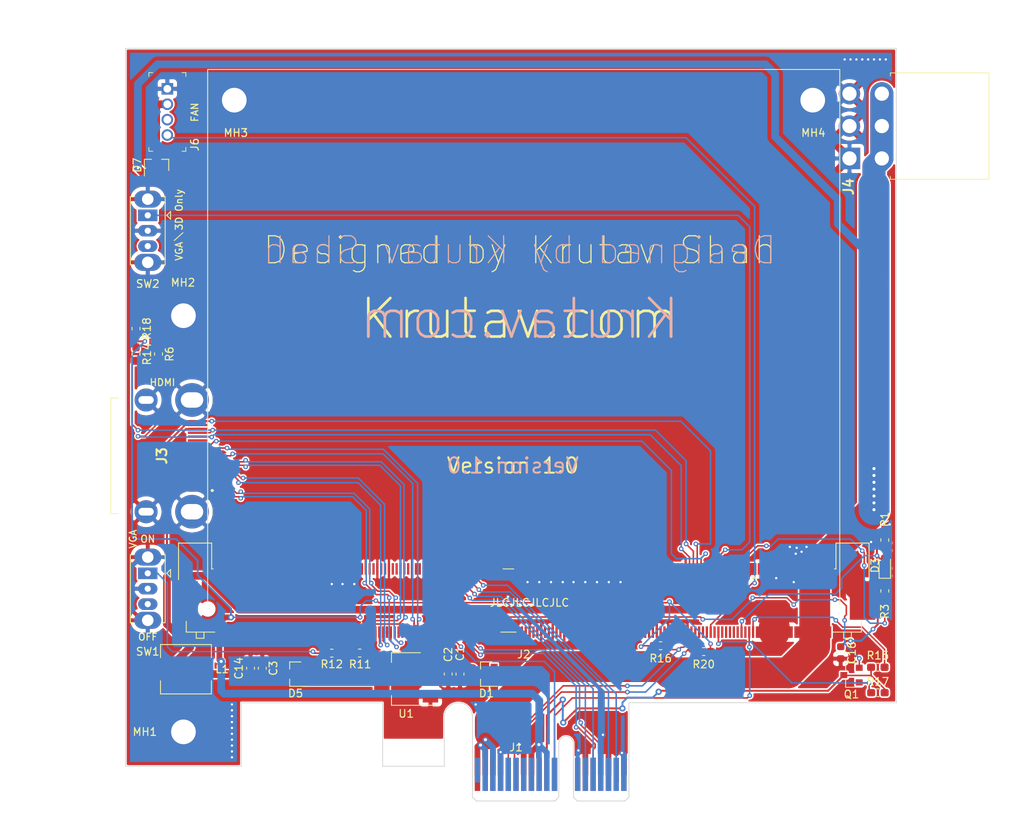
<source format=kicad_pcb>
(kicad_pcb (version 20171130) (host pcbnew "(5.1.6)-1")
  (layers (0 F.Cu signal) (31 B.Cu signal) (34 B.Paste user) (35 F.Paste user) (36 B.SilkS user) (37 F.SilkS user) (38 B.Mask user) (39 F.Mask user) (44 Edge.Cuts user))
  (net 0 "")
  (net 1 +12V)
  (net 2 GND)
  (net 3 +3V3)
  (net 4 "Net-(J1-PadB9)")
  (net 5 "Net-(J1-PadA1)")
  (net 6 "Net-(J1-PadB12)")
  (net 7 "Net-(J1-PadA5)")
  (net 8 "Net-(J1-PadA6)")
  (net 9 "Net-(J1-PadA7)")
  (net 10 "Net-(J1-PadA8)")
  (net 11 +5V)
  (net 12 "Net-(J2-Pad281)")
  (net 13 "Net-(J2-Pad274)")
  (net 14 "Net-(J2-Pad272)")
  (net 15 "Net-(J2-Pad270)")
  (net 16 "Net-(J2-Pad266)")
  (net 17 "Net-(J2-Pad264)")
  (net 18 "Net-(J2-Pad260)")
  (net 19 "Net-(J2-Pad258)")
  (net 20 "Net-(J2-Pad254)")
  (net 21 "Net-(J2-Pad252)")
  (net 22 "Net-(J2-Pad249)")
  (net 23 "Net-(J2-Pad248)")
  (net 24 "Net-(J2-Pad247)")
  (net 25 "Net-(J2-Pad246)")
  (net 26 "Net-(J2-Pad245)")
  (net 27 "Net-(J2-Pad243)")
  (net 28 "Net-(J2-Pad242)")
  (net 29 "Net-(J2-Pad241)")
  (net 30 "Net-(J2-Pad240)")
  (net 31 "Net-(J2-Pad239)")
  (net 32 "Net-(J2-Pad238)")
  (net 33 "Net-(J2-Pad237)")
  (net 34 "Net-(J2-Pad235)")
  (net 35 "Net-(J2-Pad234)")
  (net 36 "Net-(J2-Pad233)")
  (net 37 "Net-(J2-Pad231)")
  (net 38 "Net-(J2-Pad229)")
  (net 39 "Net-(J2-Pad227)")
  (net 40 "Net-(J2-Pad225)")
  (net 41 "Net-(J2-Pad223)")
  (net 42 "Net-(J2-Pad219)")
  (net 43 "Net-(J2-Pad217)")
  (net 44 "Net-(J2-Pad213)")
  (net 45 "Net-(J2-Pad211)")
  (net 46 "Net-(J2-Pad207)")
  (net 47 "Net-(J2-Pad205)")
  (net 48 "Net-(J2-Pad201)")
  (net 49 "Net-(J2-Pad199)")
  (net 50 "Net-(J2-Pad195)")
  (net 51 "Net-(J2-Pad193)")
  (net 52 "Net-(J2-Pad189)")
  (net 53 "Net-(J2-Pad187)")
  (net 54 "Net-(J2-Pad184)")
  (net 55 "Net-(J2-Pad183)")
  (net 56 "Net-(J2-Pad182)")
  (net 57 "Net-(J2-Pad181)")
  (net 58 "Net-(J2-Pad177)")
  (net 59 "Net-(J2-Pad175)")
  (net 60 "Net-(J2-Pad171)")
  (net 61 "Net-(J2-Pad169)")
  (net 62 "Net-(J2-Pad167)")
  (net 63 "Net-(J2-Pad165)")
  (net 64 "Net-(J2-Pad163)")
  (net 65 "Net-(J2-Pad161)")
  (net 66 "Net-(J2-Pad160)")
  (net 67 "Net-(J2-Pad159)")
  (net 68 "Net-(J2-Pad158)")
  (net 69 "Net-(J2-Pad45)")
  (net 70 "Net-(J2-Pad44)")
  (net 71 "Net-(J2-Pad43)")
  (net 72 "Net-(J2-Pad42)")
  (net 73 "Net-(J2-Pad41)")
  (net 74 "Net-(J2-Pad40)")
  (net 75 "Net-(J2-Pad39)")
  (net 76 "Net-(J2-Pad38)")
  (net 77 "Net-(J2-Pad30)")
  (net 78 "Net-(J2-Pad28)")
  (net 79 "Net-(J2-Pad27)")
  (net 80 "Net-(J2-Pad26)")
  (net 81 "Net-(J2-Pad25)")
  (net 82 "Net-(J2-Pad23)")
  (net 83 "Net-(J2-Pad22)")
  (net 84 "Net-(J2-Pad19)")
  (net 85 "Net-(J2-Pad18)")
  (net 86 "Net-(J2-Pad16)")
  (net 87 "Net-(J2-Pad14)")
  (net 88 "Net-(J2-Pad12)")
  (net 89 "Net-(J2-Pad10)")
  (net 90 "Net-(J2-Pad6)")
  (net 91 "Net-(FB1-Pad1)")
  (net 92 "Net-(FB2-Pad1)")
  (net 93 "Net-(FB3-Pad1)")
  (net 94 "Net-(FB4-Pad1)")
  (net 95 "Net-(FB5-Pad2)")
  (net 96 /WAKE)
  (net 97 /PET0_P)
  (net 98 /PET0_N)
  (net 99 /PERST)
  (net 100 /REFCLK_N)
  (net 101 /PER0_P)
  (net 102 /PER0_N)
  (net 103 /REFCLK_P)
  (net 104 "Net-(C4-Pad1)")
  (net 105 "Net-(C5-Pad1)")
  (net 106 "Net-(C6-Pad1)")
  (net 107 "Net-(C7-Pad1)")
  (net 108 "Net-(C8-Pad1)")
  (net 109 "Net-(C9-Pad1)")
  (net 110 "Net-(C10-Pad1)")
  (net 111 "Net-(C11-Pad1)")
  (net 112 "Net-(C12-Pad1)")
  (net 113 "Net-(C13-Pad1)")
  (net 114 /DP_D_HPD)
  (net 115 /DP_D_AUX)
  (net 116 /DP_D_AUX#)
  (net 117 /DP_D_L3)
  (net 118 /DP_D_L3#)
  (net 119 /PET1_P)
  (net 120 /PER1_P)
  (net 121 /PET1_N)
  (net 122 /PER1_N)
  (net 123 /PET2_P)
  (net 124 /PER2_P)
  (net 125 /PET2_N)
  (net 126 /PER2_N)
  (net 127 /PER3_P)
  (net 128 /PET3_P)
  (net 129 /PER3_N)
  (net 130 /PET3_N)
  (net 131 /PER4_P)
  (net 132 /PET4_P)
  (net 133 /PER4_N)
  (net 134 /PET4_N)
  (net 135 /PER5_P)
  (net 136 /PET5_P)
  (net 137 /PER5_N)
  (net 138 /PET5_N)
  (net 139 /PER6_P)
  (net 140 /PET6_P)
  (net 141 /PER6_N)
  (net 142 /PET6_N)
  (net 143 /PER7_P)
  (net 144 /PET7_P)
  (net 145 /PER7_N)
  (net 146 /PET7_N)
  (net 147 /PER8_P)
  (net 148 /PET8_P)
  (net 149 /PER8_N)
  (net 150 /PET8_N)
  (net 151 /PER9_P)
  (net 152 /PET9_P)
  (net 153 /PER9_N)
  (net 154 /PET9_N)
  (net 155 /PER10_P)
  (net 156 /PET10_P)
  (net 157 /PER10_N)
  (net 158 /PET10_N)
  (net 159 /PER11_P)
  (net 160 /PET11_P)
  (net 161 /PER11_N)
  (net 162 /PET11_N)
  (net 163 /PER12_P)
  (net 164 /PET12_P)
  (net 165 /PER12_N)
  (net 166 /PET12_N)
  (net 167 /PER13_P)
  (net 168 /PET13_P)
  (net 169 /PER13_N)
  (net 170 /PET13_N)
  (net 171 /PER14_P)
  (net 172 /PET14_P)
  (net 173 /PER14_N)
  (net 174 /PET14_N)
  (net 175 /PER15_P)
  (net 176 /PET15_P)
  (net 177 /PER15_N)
  (net 178 /PET15_N)
  (net 179 CEC)
  (net 180 /TH_OVERT#)
  (net 181 "Net-(C1-Pad1)")
  (net 182 "Net-(D5-Pad2)")
  (net 183 +3.3VA)
  (net 184 /DP_A_HPD)
  (net 185 /D0_P)
  (net 186 /D0_N)
  (net 187 /D1_P)
  (net 188 /D1_N)
  (net 189 /D2_P)
  (net 190 /D2_N)
  (net 191 /CK_N)
  (net 192 /CK_P)
  (net 193 "Net-(J2-Pad154)")
  (net 194 /TMDS_SCL)
  (net 195 /TMDS_SDA)
  (net 196 /TMDS_HPD)
  (net 197 TH_PWM)
  (net 198 /VGA_DISABLE#)
  (net 199 /PRSNT_R#)
  (net 200 "Net-(J3-Pad14)")
  (net 201 /SMCLK)
  (net 202 /SMDAT)
  (net 203 Enable)
  (net 204 "Net-(D7-Pad1)")
  (net 205 "Net-(C14-Pad2)")
  (module Capacitor_SMD:C_0603_1608Metric (layer F.Cu) (at 162.306 128.41 270)
    (fp_text reference C16 (at 0 -1.43 90) (layer F.SilkS))
    (fp_text value C_0603_1608Metric)
    (pad 2 smd roundrect (at 0.775 0 270) (size 0.9 0.95) (layers F.Cu F.Paste F.Mask) (net 2 GND))
    (pad 1 smd roundrect (at -0.775 0 270) (size 0.9 0.95) (layers F.Cu F.Paste F.Mask) (net 203 Enable))
  )
  (module Inductor_SMD:L_6.3x6.3_H3 (layer F.Cu) (at 77.343 130.556)
    (fp_text reference L1 (at 4.699 0) (layer F.SilkS))
    (fp_text value L_6.3x6.3_H3)
    (pad 1 smd rect (at 2.75 0) (size 1.5 2.4) (layers F.Cu F.Paste F.Mask) (net 11 +5V))
    (pad 2 smd rect (at -2.75 0) (size 1.5 2.4) (layers F.Cu F.Paste F.Mask) (net 11 +5V))
  )
  (module Capacitor_SMD:C_0603_1608Metric (layer F.Cu) (at 85.725 130.429 270)
    (fp_text reference C14 (at 0 1.524 90) (layer F.SilkS))
    (fp_text value C_0603_1608Metric)
    (pad 2 smd roundrect (at 0.775 0 270) (size 0.9 0.95) (layers F.Cu F.Paste F.Mask) (net 11 +5V))
    (pad 1 smd roundrect (at -0.775 0 270) (size 0.9 0.95) (layers F.Cu F.Paste F.Mask) (net 2 GND))
  )
  (module Capacitor_SMD:C_0603_1608Metric (layer F.Cu) (at 87.249 130.429 270)
    (fp_text reference C3 (at 0 -1.43 90) (layer F.SilkS))
    (fp_text value C_0603_1608Metric)
    (pad 1 smd roundrect (at -0.775 0 270) (size 0.9 0.95) (layers F.Cu F.Paste F.Mask) (net 2 GND))
    (pad 2 smd roundrect (at 0.775 0 270) (size 0.9 0.95) (layers F.Cu F.Paste F.Mask) (net 11 +5V))
  )
  (module Capacitor_SMD:C_0603_1608Metric (layer F.Cu) (at 111.379 131.178 270)
    (fp_text reference C2 (at -2.527 0 90) (layer F.SilkS))
    (fp_text value C_0603_1608Metric)
    (pad 1 smd roundrect (at -0.775 0 270) (size 0.9 0.95) (layers F.Cu F.Paste F.Mask) (net 181 "Net-(C1-Pad1)"))
    (pad 2 smd roundrect (at 0.775 0 270) (size 0.9 0.95) (layers F.Cu F.Paste F.Mask) (net 2 GND))
  )
  (module Capacitor_SMD:C_0603_1608Metric (layer F.Cu) (at 112.903 131.191 270)
    (fp_text reference C1 (at -2.667 0 90) (layer F.SilkS))
    (fp_text value C_0603_1608Metric)
    (pad 1 smd roundrect (at -0.775 0 270) (size 0.9 0.95) (layers F.Cu F.Paste F.Mask) (net 181 "Net-(C1-Pad1)"))
    (pad 2 smd roundrect (at 0.775 0 270) (size 0.9 0.95) (layers F.Cu F.Paste F.Mask) (net 2 GND))
  )
  (module Resistor_SMD:R_0603_1608Metric_Pad1.05x0.95mm_HandSolder (layer F.Cu) (at 144.526 128.27)
    (fp_text reference R20 (at 0 1.651) (layer F.SilkS))
    (fp_text value R_0603_1608Metric_Pad1.05x0.95mm_HandSolder)
    (pad 1 smd roundrect (at -0.875 0) (size 1.05 0.95) (layers F.Cu F.Paste F.Mask) (net 202 /SMDAT))
    (pad 2 smd roundrect (at 0.875 0) (size 1.05 0.95) (layers F.Cu F.Paste F.Mask) (net 3 +3V3))
  )
  (module Resistor_SMD:R_0603_1608Metric_Pad1.05x0.95mm_HandSolder (layer F.Cu) (at 138.938 127.508)
    (fp_text reference R16 (at 0 1.651) (layer F.SilkS))
    (fp_text value R_0603_1608Metric_Pad1.05x0.95mm_HandSolder)
    (pad 1 smd roundrect (at -0.875 0) (size 1.05 0.95) (layers F.Cu F.Paste F.Mask) (net 3 +3V3))
    (pad 2 smd roundrect (at 0.875 0) (size 1.05 0.95) (layers F.Cu F.Paste F.Mask) (net 201 /SMCLK))
  )
  (module Resistor_SMD:R_0603_1608Metric_Pad1.05x0.95mm_HandSolder (layer F.Cu) (at 73.787 89.662 270)
    (fp_text reference R6 (at 0 -1.43 90) (layer F.SilkS))
    (fp_text value R_0603_1608Metric_Pad1.05x0.95mm_HandSolder)
    (pad 1 smd roundrect (at -0.875 0 270) (size 1.05 0.95) (layers F.Cu F.Paste F.Mask) (net 2 GND))
    (pad 2 smd roundrect (at 0.875 0 270) (size 1.05 0.95) (layers F.Cu F.Paste F.Mask) (net 196 /TMDS_HPD))
  )
  (module Resistor_SMD:R_0603_1608Metric_Pad1.05x0.95mm_HandSolder (layer F.Cu) (at 168.021 113.792 90)
    (fp_text reference R1 (at 2.667 0 90) (layer F.SilkS))
    (fp_text value R_0603_1608Metric_Pad1.05x0.95mm_HandSolder)
    (pad 2 smd roundrect (at 0.875 0 90) (size 1.05 0.95) (layers F.Cu F.Paste F.Mask) (net 203 Enable))
    (pad 1 smd roundrect (at -0.875 0 90) (size 1.05 0.95) (layers F.Cu F.Paste F.Mask) (net 2 GND))
  )
  (module Resistor_SMD:R_0603_1608Metric_Pad1.05x0.95mm_HandSolder (layer F.Cu) (at 168.021 120.396 90)
    (fp_text reference R3 (at -2.667 0 90) (layer F.SilkS))
    (fp_text value R_0603_1608Metric_Pad1.05x0.95mm_HandSolder)
    (pad 2 smd roundrect (at 0.875 0 90) (size 1.05 0.95) (layers F.Cu F.Paste F.Mask) (net 203 Enable))
    (pad 1 smd roundrect (at -0.875 0 90) (size 1.05 0.95) (layers F.Cu F.Paste F.Mask) (net 11 +5V))
  )
  (module LED_SMD:LED_0603_1608Metric_Pad1.05x0.95mm_HandSolder (layer F.Cu) (at 168.021 117.094 90)
    (fp_text reference D3 (at 0 -1.27 90) (layer F.SilkS))
    (fp_text value LED_0603_1608Metric_Pad1.05x0.95mm_HandSolder)
    (pad 2 smd roundrect (at 0.875 0 90) (size 1.05 0.95) (layers F.Cu F.Paste F.Mask) (net 203 Enable))
    (pad 1 smd roundrect (at -0.875 0 90) (size 1.05 0.95) (layers F.Cu F.Paste F.Mask) (net 2 GND))
  )
  (module Resistor_SMD:R_0603_1608Metric_Pad1.05x0.95mm_HandSolder (layer F.Cu) (at 167.132 133.604)
    (fp_text reference R17 (at 0 -1.43) (layer F.SilkS))
    (fp_text value R_0603_1608Metric_Pad1.05x0.95mm_HandSolder)
    (pad 1 smd roundrect (at -0.875 0) (size 1.05 0.95) (layers F.Cu F.Paste F.Mask) (net 180 /TH_OVERT#))
    (pad 2 smd roundrect (at 0.875 0) (size 1.05 0.95) (layers F.Cu F.Paste F.Mask) (net 183 +3.3VA))
  )
  (module Resistor_SMD:R_0603_1608Metric_Pad1.05x0.95mm_HandSolder (layer F.Cu) (at 70.866 86.36 270)
    (fp_text reference R18 (at 0 -1.397 90) (layer F.SilkS))
    (fp_text value R_0603_1608Metric_Pad1.05x0.95mm_HandSolder)
    (pad 1 smd roundrect (at -0.875 0 270) (size 1.05 0.95) (layers F.Cu F.Paste F.Mask) (net 194 /TMDS_SCL))
    (pad 2 smd roundrect (at 0.875 0 270) (size 1.05 0.95) (layers F.Cu F.Paste F.Mask) (net 3 +3V3))
  )
  (module Resistor_SMD:R_0603_1608Metric_Pad1.05x0.95mm_HandSolder (layer F.Cu) (at 70.866 89.662 270)
    (fp_text reference R14 (at 0 -1.43 90) (layer F.SilkS))
    (fp_text value R_0603_1608Metric_Pad1.05x0.95mm_HandSolder)
    (pad 2 smd roundrect (at 0.875 0 270) (size 1.05 0.95) (layers F.Cu F.Paste F.Mask) (net 195 /TMDS_SDA))
    (pad 1 smd roundrect (at -0.875 0 270) (size 1.05 0.95) (layers F.Cu F.Paste F.Mask) (net 3 +3V3))
  )
  (module Resistor_SMD:R_0603_1608Metric_Pad1.05x0.95mm_HandSolder (layer F.Cu) (at 167.118 130.302 180)
    (fp_text reference R15 (at 0 1.524) (layer F.SilkS))
    (fp_text value R_0603_1608Metric_Pad1.05x0.95mm_HandSolder)
    (pad 1 smd roundrect (at -0.875 0 180) (size 1.05 0.95) (layers F.Cu F.Paste F.Mask) (net 199 /PRSNT_R#))
    (pad 2 smd roundrect (at 0.875 0 180) (size 1.05 0.95) (layers F.Cu F.Paste F.Mask) (net 183 +3.3VA))
  )
  (module Diode_SMD:D_SOT-23_ANK (layer F.Cu) (at 73.533 65.151 90)
    (fp_text reference D7 (at 0 -2.5 90) (layer F.SilkS))
    (fp_text value PMEG4010ET)
    (pad 1 smd rect (at 1 0 90) (size 0.9 0.8) (layers F.Cu F.Paste F.Mask) (net 204 "Net-(D7-Pad1)"))
    (pad "" smd rect (at -1 0.95 90) (size 0.9 0.8) (layers F.Cu F.Paste F.Mask))
    (pad 2 smd rect (at -1 -0.95 90) (size 0.9 0.8) (layers F.Cu F.Paste F.Mask) (net 1 +12V))
  )
  (module Resistor_SMD:R_0603_1608Metric_Pad1.05x0.95mm_HandSolder (layer F.Cu) (at 99.8855 128.4605)
    (fp_text reference R11 (at 0.0635 1.4605) (layer F.SilkS))
    (fp_text value R_0603_1608Metric_Pad1.05x0.95mm_HandSolder)
    (pad 1 smd roundrect (at -0.875 0) (size 1.05 0.95) (layers F.Cu F.Paste F.Mask) (net 2 GND))
    (pad 2 smd roundrect (at 0.875 0) (size 1.05 0.95) (layers F.Cu F.Paste F.Mask) (net 95 "Net-(FB5-Pad2)"))
  )
  (module Button_Switch_THT:SW_Slide_1P2T_CK_OS102011MS2Q (layer F.Cu) (at 72.39 71.66 270)
    (fp_text reference SW2 (at 8.89 0 180) (layer F.SilkS))
    (fp_text value SW_Slide_1P2T_CK_OS102011MS2Q)
    (pad 1 thru_hole rect (at 0 0 270) (size 1.5 2.5) (drill 0.8) (layers *.Cu *.Mask) (net 198 /VGA_DISABLE#))
    (pad 2 thru_hole oval (at 2 0 270) (size 1.5 2.5) (drill 0.8) (layers *.Cu *.Mask) (net 2 GND))
    (pad 3 thru_hole oval (at 4 0 270) (size 1.5 2.5) (drill 0.8) (layers *.Cu *.Mask))
    (pad "" thru_hole oval (at -2.1 0 270) (size 2.2 3.5) (drill 1.5) (layers *.Cu *.Mask) (net 2 GND))
    (pad "" thru_hole oval (at 6.1 0 270) (size 2.2 3.5) (drill 1.5) (layers *.Cu *.Mask) (net 2 GND))
  )
  (module 455580003 (layer F.Cu) (at 167.64 55.88 270)
    (fp_text reference J4 (at 12.065 4.318 90) (layer F.SilkS) (effects (font (size 1.27 1.27) (thickness 0.254))))
    (fp_text value 45558-0003 hide)
    (pad 1 thru_hole circle (at 0 0 270) (size 2.775 2.775) (drill 1.85) (layers *.Cu *.Mask) (net 1 +12V))
    (pad 2 thru_hole circle (at 4.2 0 270) (size 2.775 2.775) (drill 1.85) (layers *.Cu *.Mask) (net 1 +12V))
    (pad 3 thru_hole circle (at 8.4 0 270) (size 2.775 2.775) (drill 1.85) (layers *.Cu *.Mask) (net 1 +12V))
    (pad 4 thru_hole circle (at 0 4.2 270) (size 2.775 2.775) (drill 1.85) (layers *.Cu *.Mask) (net 2 GND))
    (pad 5 thru_hole circle (at 4.2 4.2 270) (size 2.775 2.775) (drill 1.85) (layers *.Cu *.Mask) (net 2 GND))
    (pad 6 thru_hole rect (at 8.4 4.2 270) (size 2.775 2.775) (drill 1.85) (layers *.Cu *.Mask) (net 2 GND))
    (pad MH1 np_thru_hole circle (at 0 -7.3 270) (size 3.05 0) (drill 3.05) (layers *.Cu *.Mask))
    (pad MH2 np_thru_hole circle (at 8.4 -7.3 270) (size 3.05 0) (drill 3.05) (layers *.Cu *.Mask))
  )
  (module Connector_JAE:JAE_MM70-314-310B1 (layer F.Cu) (at 121.1834 121.6406 180)
    (fp_text reference J2 (at 0 -7) (layer F.SilkS))
    (fp_text value MXM3.0)
    (pad E4 smd rect (at -32.5 -4.1 180) (size 4.8 1.5) (layers F.Cu F.Paste F.Mask) (net 2 GND))
    (pad E2 smd rect (at -37.5 -4.1 180) (size 4.8 1.5) (layers F.Cu F.Paste F.Mask) (net 1 +12V))
    (pad E3 smd rect (at -32.75 4.1 180) (size 4.8 1.5) (layers F.Cu F.Paste F.Mask) (net 2 GND))
    (pad E1 smd rect (at -37.75 4.1 180) (size 4.8 1.5) (layers F.Cu F.Paste F.Mask) (net 1 +12V))
    (pad 280 smd rect (at 39.5 -4.1 180) (size 0.8 1.5) (layers F.Cu F.Paste F.Mask) (net 3 +3V3))
    (pad 281 smd rect (at 40 4.1 180) (size 0.3 1.5) (layers F.Cu F.Paste F.Mask) (net 12 "Net-(J2-Pad281)"))
    (pad 279 smd rect (at 39.5 4.1 180) (size 0.3 1.5) (layers F.Cu F.Paste F.Mask) (net 104 "Net-(C4-Pad1)"))
    (pad 278 smd rect (at 39.5 -4.1 180) (size 0.8 1.5) (layers F.Cu F.Paste F.Mask) (net 3 +3V3))
    (pad 277 smd rect (at 39 4.1 180) (size 0.3 1.5) (layers F.Cu F.Paste F.Mask) (net 105 "Net-(C5-Pad1)"))
    (pad 276 smd rect (at 38.75 -4.1 180) (size 0.3 1.5) (layers F.Cu F.Paste F.Mask) (net 184 /DP_A_HPD))
    (pad 275 smd rect (at 38.5 4.1 180) (size 0.3 1.5) (layers F.Cu F.Paste F.Mask) (net 2 GND))
    (pad 274 smd rect (at 38.25 -4.1 180) (size 0.3 1.5) (layers F.Cu F.Paste F.Mask) (net 13 "Net-(J2-Pad274)"))
    (pad 273 smd rect (at 38 4.1 180) (size 0.3 1.5) (layers F.Cu F.Paste F.Mask) (net 106 "Net-(C6-Pad1)"))
    (pad 272 smd rect (at 37.75 -4.1 180) (size 0.3 1.5) (layers F.Cu F.Paste F.Mask) (net 14 "Net-(J2-Pad272)"))
    (pad 271 smd rect (at 37.5 4.1 180) (size 0.3 1.5) (layers F.Cu F.Paste F.Mask) (net 107 "Net-(C7-Pad1)"))
    (pad 270 smd rect (at 37.25 -4.1 180) (size 0.3 1.5) (layers F.Cu F.Paste F.Mask) (net 15 "Net-(J2-Pad270)"))
    (pad 269 smd rect (at 37 4.1 180) (size 0.3 1.5) (layers F.Cu F.Paste F.Mask) (net 2 GND))
    (pad 268 smd rect (at 36.75 -4.1 180) (size 0.3 1.5) (layers F.Cu F.Paste F.Mask) (net 2 GND))
    (pad 267 smd rect (at 36.5 4.1 180) (size 0.3 1.5) (layers F.Cu F.Paste F.Mask) (net 108 "Net-(C8-Pad1)"))
    (pad 266 smd rect (at 36.25 -4.1 180) (size 0.3 1.5) (layers F.Cu F.Paste F.Mask) (net 16 "Net-(J2-Pad266)"))
    (pad 265 smd rect (at 36 4.1 180) (size 0.3 1.5) (layers F.Cu F.Paste F.Mask) (net 109 "Net-(C9-Pad1)"))
    (pad 264 smd rect (at 35.75 -4.1 180) (size 0.3 1.5) (layers F.Cu F.Paste F.Mask) (net 17 "Net-(J2-Pad264)"))
    (pad 263 smd rect (at 35.5 4.1 180) (size 0.3 1.5) (layers F.Cu F.Paste F.Mask) (net 2 GND))
    (pad 262 smd rect (at 35.25 -4.1 180) (size 0.3 1.5) (layers F.Cu F.Paste F.Mask) (net 2 GND))
    (pad 261 smd rect (at 35 4.1 180) (size 0.3 1.5) (layers F.Cu F.Paste F.Mask) (net 110 "Net-(C10-Pad1)"))
    (pad 260 smd rect (at 34.75 -4.1 180) (size 0.3 1.5) (layers F.Cu F.Paste F.Mask) (net 18 "Net-(J2-Pad260)"))
    (pad 259 smd rect (at 34.5 4.1 180) (size 0.3 1.5) (layers F.Cu F.Paste F.Mask) (net 111 "Net-(C11-Pad1)"))
    (pad 258 smd rect (at 34.25 -4.1 180) (size 0.3 1.5) (layers F.Cu F.Paste F.Mask) (net 19 "Net-(J2-Pad258)"))
    (pad 257 smd rect (at 34 4.1 180) (size 0.3 1.5) (layers F.Cu F.Paste F.Mask) (net 2 GND))
    (pad 256 smd rect (at 33.75 -4.1 180) (size 0.3 1.5) (layers F.Cu F.Paste F.Mask) (net 2 GND))
    (pad 255 smd rect (at 33.5 4.1 180) (size 0.3 1.5) (layers F.Cu F.Paste F.Mask) (net 112 "Net-(C12-Pad1)"))
    (pad 254 smd rect (at 33.25 -4.1 180) (size 0.3 1.5) (layers F.Cu F.Paste F.Mask) (net 20 "Net-(J2-Pad254)"))
    (pad 253 smd rect (at 33 4.1 180) (size 0.3 1.5) (layers F.Cu F.Paste F.Mask) (net 113 "Net-(C13-Pad1)"))
    (pad 252 smd rect (at 32.75 -4.1 180) (size 0.3 1.5) (layers F.Cu F.Paste F.Mask) (net 21 "Net-(J2-Pad252)"))
    (pad 251 smd rect (at 32.5 4.1 180) (size 0.3 1.5) (layers F.Cu F.Paste F.Mask) (net 2 GND))
    (pad 250 smd rect (at 32.25 -4.1 180) (size 0.3 1.5) (layers F.Cu F.Paste F.Mask) (net 2 GND))
    (pad 249 smd rect (at 32 4.1 180) (size 0.3 1.5) (layers F.Cu F.Paste F.Mask) (net 22 "Net-(J2-Pad249)"))
    (pad 248 smd rect (at 31.75 -4.1 180) (size 0.3 1.5) (layers F.Cu F.Paste F.Mask) (net 23 "Net-(J2-Pad248)"))
    (pad 247 smd rect (at 31.5 4.1 180) (size 0.3 1.5) (layers F.Cu F.Paste F.Mask) (net 24 "Net-(J2-Pad247)"))
    (pad 246 smd rect (at 31.25 -4.1 180) (size 0.3 1.5) (layers F.Cu F.Paste F.Mask) (net 25 "Net-(J2-Pad246)"))
    (pad 245 smd rect (at 31 4.1 180) (size 0.3 1.5) (layers F.Cu F.Paste F.Mask) (net 26 "Net-(J2-Pad245)"))
    (pad 244 smd rect (at 30.75 -4.1 180) (size 0.3 1.5) (layers F.Cu F.Paste F.Mask) (net 2 GND))
    (pad 243 smd rect (at 30.5 4.1 180) (size 0.3 1.5) (layers F.Cu F.Paste F.Mask) (net 27 "Net-(J2-Pad243)"))
    (pad 242 smd rect (at 30.25 -4.1 180) (size 0.3 1.5) (layers F.Cu F.Paste F.Mask) (net 28 "Net-(J2-Pad242)"))
    (pad 241 smd rect (at 30 4.1 180) (size 0.3 1.5) (layers F.Cu F.Paste F.Mask) (net 29 "Net-(J2-Pad241)"))
    (pad 240 smd rect (at 29.75 -4.1 180) (size 0.3 1.5) (layers F.Cu F.Paste F.Mask) (net 30 "Net-(J2-Pad240)"))
    (pad 239 smd rect (at 29.5 4.1 180) (size 0.3 1.5) (layers F.Cu F.Paste F.Mask) (net 31 "Net-(J2-Pad239)"))
    (pad 238 smd rect (at 29.25 -4.1 180) (size 0.3 1.5) (layers F.Cu F.Paste F.Mask) (net 32 "Net-(J2-Pad238)"))
    (pad 237 smd rect (at 29 4.1 180) (size 0.3 1.5) (layers F.Cu F.Paste F.Mask) (net 33 "Net-(J2-Pad237)"))
    (pad 236 smd rect (at 28.75 -4.1 180) (size 0.3 1.5) (layers F.Cu F.Paste F.Mask) (net 114 /DP_D_HPD))
    (pad 235 smd rect (at 28.5 4.1 180) (size 0.3 1.5) (layers F.Cu F.Paste F.Mask) (net 34 "Net-(J2-Pad235)"))
    (pad 234 smd rect (at 28.25 -4.1 180) (size 0.3 1.5) (layers F.Cu F.Paste F.Mask) (net 35 "Net-(J2-Pad234)"))
    (pad 233 smd rect (at 28 4.1 180) (size 0.3 1.5) (layers F.Cu F.Paste F.Mask) (net 36 "Net-(J2-Pad233)"))
    (pad 232 smd rect (at 27.75 -4.1 180) (size 0.3 1.5) (layers F.Cu F.Paste F.Mask) (net 115 /DP_D_AUX))
    (pad 231 smd rect (at 27.5 4.1 180) (size 0.3 1.5) (layers F.Cu F.Paste F.Mask) (net 37 "Net-(J2-Pad231)"))
    (pad 230 smd rect (at 27.25 -4.1 180) (size 0.3 1.5) (layers F.Cu F.Paste F.Mask) (net 116 /DP_D_AUX#))
    (pad 229 smd rect (at 27 4.1 180) (size 0.3 1.5) (layers F.Cu F.Paste F.Mask) (net 38 "Net-(J2-Pad229)"))
    (pad 228 smd rect (at 26.75 -4.1 180) (size 0.3 1.5) (layers F.Cu F.Paste F.Mask) (net 2 GND))
    (pad 227 smd rect (at 26.5 4.1 180) (size 0.3 1.5) (layers F.Cu F.Paste F.Mask) (net 39 "Net-(J2-Pad227)"))
    (pad 226 smd rect (at 26.25 -4.1 180) (size 0.3 1.5) (layers F.Cu F.Paste F.Mask) (net 117 /DP_D_L3))
    (pad 225 smd rect (at 26 4.1 180) (size 0.3 1.5) (layers F.Cu F.Paste F.Mask) (net 40 "Net-(J2-Pad225)"))
    (pad 224 smd rect (at 25.75 -4.1 180) (size 0.3 1.5) (layers F.Cu F.Paste F.Mask) (net 118 /DP_D_L3#))
    (pad 223 smd rect (at 25.5 4.1 180) (size 0.3 1.5) (layers F.Cu F.Paste F.Mask) (net 41 "Net-(J2-Pad223)"))
    (pad 222 smd rect (at 25.25 -4.1 180) (size 0.3 1.5) (layers F.Cu F.Paste F.Mask) (net 2 GND))
    (pad 221 smd rect (at 25 4.1 180) (size 0.3 1.5) (layers F.Cu F.Paste F.Mask) (net 2 GND))
    (pad 220 smd rect (at 24.75 -4.1 180) (size 0.3 1.5) (layers F.Cu F.Paste F.Mask) (net 117 /DP_D_L3))
    (pad 219 smd rect (at 24.5 4.1 180) (size 0.3 1.5) (layers F.Cu F.Paste F.Mask) (net 42 "Net-(J2-Pad219)"))
    (pad 218 smd rect (at 24.25 -4.1 180) (size 0.3 1.5) (layers F.Cu F.Paste F.Mask) (net 118 /DP_D_L3#))
    (pad 217 smd rect (at 24 4.1 180) (size 0.3 1.5) (layers F.Cu F.Paste F.Mask) (net 43 "Net-(J2-Pad217)"))
    (pad 216 smd rect (at 23.75 -4.1 180) (size 0.3 1.5) (layers F.Cu F.Paste F.Mask) (net 2 GND))
    (pad 215 smd rect (at 23.5 4.1 180) (size 0.3 1.5) (layers F.Cu F.Paste F.Mask) (net 2 GND))
    (pad 214 smd rect (at 23.25 -4.1 180) (size 0.3 1.5) (layers F.Cu F.Paste F.Mask) (net 117 /DP_D_L3))
    (pad 213 smd rect (at 23 4.1 180) (size 0.3 1.5) (layers F.Cu F.Paste F.Mask) (net 44 "Net-(J2-Pad213)"))
    (pad 212 smd rect (at 22.75 -4.1 180) (size 0.3 1.5) (layers F.Cu F.Paste F.Mask) (net 118 /DP_D_L3#))
    (pad 211 smd rect (at 22.5 4.1 180) (size 0.3 1.5) (layers F.Cu F.Paste F.Mask) (net 45 "Net-(J2-Pad211)"))
    (pad 210 smd rect (at 22.25 -4.1 180) (size 0.3 1.5) (layers F.Cu F.Paste F.Mask) (net 2 GND))
    (pad 209 smd rect (at 22 4.1 180) (size 0.3 1.5) (layers F.Cu F.Paste F.Mask) (net 2 GND))
    (pad 208 smd rect (at 21.75 -4.1 180) (size 0.3 1.5) (layers F.Cu F.Paste F.Mask) (net 117 /DP_D_L3))
    (pad 207 smd rect (at 21.5 4.1 180) (size 0.3 1.5) (layers F.Cu F.Paste F.Mask) (net 46 "Net-(J2-Pad207)"))
    (pad 206 smd rect (at 21.25 -4.1 180) (size 0.3 1.5) (layers F.Cu F.Paste F.Mask) (net 118 /DP_D_L3#))
    (pad 205 smd rect (at 21 4.1 180) (size 0.3 1.5) (layers F.Cu F.Paste F.Mask) (net 47 "Net-(J2-Pad205)"))
    (pad 204 smd rect (at 20.75 -4.1 180) (size 0.3 1.5) (layers F.Cu F.Paste F.Mask) (net 2 GND))
    (pad 203 smd rect (at 20.5 4.1 180) (size 0.3 1.5) (layers F.Cu F.Paste F.Mask) (net 2 GND))
    (pad 202 smd rect (at 20.25 -4.1 180) (size 0.3 1.5) (layers F.Cu F.Paste F.Mask) (net 185 /D0_P))
    (pad 201 smd rect (at 20 4.1 180) (size 0.3 1.5) (layers F.Cu F.Paste F.Mask) (net 48 "Net-(J2-Pad201)"))
    (pad 200 smd rect (at 19.75 -4.1 180) (size 0.3 1.5) (layers F.Cu F.Paste F.Mask) (net 186 /D0_N))
    (pad 199 smd rect (at 19.5 4.1 180) (size 0.3 1.5) (layers F.Cu F.Paste F.Mask) (net 49 "Net-(J2-Pad199)"))
    (pad 198 smd rect (at 19.25 -4.1 180) (size 0.3 1.5) (layers F.Cu F.Paste F.Mask) (net 2 GND))
    (pad 197 smd rect (at 19 4.1 180) (size 0.3 1.5) (layers F.Cu F.Paste F.Mask) (net 2 GND))
    (pad 196 smd rect (at 18.75 -4.1 180) (size 0.3 1.5) (layers F.Cu F.Paste F.Mask) (net 187 /D1_P))
    (pad 195 smd rect (at 18.5 4.1 180) (size 0.3 1.5) (layers F.Cu F.Paste F.Mask) (net 50 "Net-(J2-Pad195)"))
    (pad 194 smd rect (at 18.25 -4.1 180) (size 0.3 1.5) (layers F.Cu F.Paste F.Mask) (net 188 /D1_N))
    (pad 193 smd rect (at 18 4.1 180) (size 0.3 1.5) (layers F.Cu F.Paste F.Mask) (net 51 "Net-(J2-Pad193)"))
    (pad 192 smd rect (at 17.75 -4.1 180) (size 0.3 1.5) (layers F.Cu F.Paste F.Mask) (net 2 GND))
    (pad 191 smd rect (at 17.5 4.1 180) (size 0.3 1.5) (layers F.Cu F.Paste F.Mask) (net 2 GND))
    (pad 190 smd rect (at 17.25 -4.1 180) (size 0.3 1.5) (layers F.Cu F.Paste F.Mask) (net 189 /D2_P))
    (pad 189 smd rect (at 17 4.1 180) (size 0.3 1.5) (layers F.Cu F.Paste F.Mask) (net 52 "Net-(J2-Pad189)"))
    (pad 188 smd rect (at 16.75 -4.1 180) (size 0.3 1.5) (layers F.Cu F.Paste F.Mask) (net 190 /D2_N))
    (pad 187 smd rect (at 16.5 4.1 180) (size 0.3 1.5) (layers F.Cu F.Paste F.Mask) (net 53 "Net-(J2-Pad187)"))
    (pad 186 smd rect (at 16.25 -4.1 180) (size 0.3 1.5) (layers F.Cu F.Paste F.Mask) (net 2 GND))
    (pad 185 smd rect (at 16 4.1 180) (size 0.3 1.5) (layers F.Cu F.Paste F.Mask) (net 2 GND))
    (pad 184 smd rect (at 15.75 -4.1 180) (size 0.3 1.5) (layers F.Cu F.Paste F.Mask) (net 54 "Net-(J2-Pad184)"))
    (pad 183 smd rect (at 15.5 4.1 180) (size 0.3 1.5) (layers F.Cu F.Paste F.Mask) (net 55 "Net-(J2-Pad183)"))
    (pad 182 smd rect (at 15.25 -4.1 180) (size 0.3 1.5) (layers F.Cu F.Paste F.Mask) (net 56 "Net-(J2-Pad182)"))
    (pad 181 smd rect (at 15 4.1 180) (size 0.3 1.5) (layers F.Cu F.Paste F.Mask) (net 57 "Net-(J2-Pad181)"))
    (pad 180 smd rect (at 14.75 -4.1 180) (size 0.3 1.5) (layers F.Cu F.Paste F.Mask) (net 2 GND))
    (pad 179 smd rect (at 14.5 4.1 180) (size 0.3 1.5) (layers F.Cu F.Paste F.Mask) (net 2 GND))
    (pad 178 smd rect (at 14.25 -4.1 180) (size 0.3 1.5) (layers F.Cu F.Paste F.Mask) (net 192 /CK_P))
    (pad 177 smd rect (at 14 4.1 180) (size 0.3 1.5) (layers F.Cu F.Paste F.Mask) (net 58 "Net-(J2-Pad177)"))
    (pad 176 smd rect (at 13.75 -4.1 180) (size 0.3 1.5) (layers F.Cu F.Paste F.Mask) (net 191 /CK_N))
    (pad 175 smd rect (at 13.5 4.1 180) (size 0.3 1.5) (layers F.Cu F.Paste F.Mask) (net 59 "Net-(J2-Pad175)"))
    (pad 174 smd rect (at 13.25 -4.1 180) (size 0.3 1.5) (layers F.Cu F.Paste F.Mask) (net 2 GND))
    (pad 173 smd rect (at 13 4.1 180) (size 0.3 1.5) (layers F.Cu F.Paste F.Mask) (net 2 GND))
    (pad 172 smd rect (at 12.75 -4.1 180) (size 0.3 1.5) (layers F.Cu F.Paste F.Mask) (net 93 "Net-(FB3-Pad1)"))
    (pad 171 smd rect (at 12.5 4.1 180) (size 0.3 1.5) (layers F.Cu F.Paste F.Mask) (net 60 "Net-(J2-Pad171)"))
    (pad 170 smd rect (at 12.25 -4.1 180) (size 0.3 1.5) (layers F.Cu F.Paste F.Mask) (net 94 "Net-(FB4-Pad1)"))
    (pad 169 smd rect (at 12 4.1 180) (size 0.3 1.5) (layers F.Cu F.Paste F.Mask) (net 61 "Net-(J2-Pad169)"))
    (pad 168 smd rect (at 11.75 -4.1 180) (size 0.3 1.5) (layers F.Cu F.Paste F.Mask) (net 95 "Net-(FB5-Pad2)"))
    (pad 167 smd rect (at 11.5 4.1 180) (size 0.3 1.5) (layers F.Cu F.Paste F.Mask) (net 62 "Net-(J2-Pad167)"))
    (pad 166 smd rect (at 11.25 -4.1 180) (size 0.3 1.5) (layers F.Cu F.Paste F.Mask) (net 2 GND))
    (pad 165 smd rect (at 11 4.1 180) (size 0.3 1.5) (layers F.Cu F.Paste F.Mask) (net 63 "Net-(J2-Pad165)"))
    (pad 164 smd rect (at 10.75 -4.1 180) (size 0.3 1.5) (layers F.Cu F.Paste F.Mask) (net 91 "Net-(FB1-Pad1)"))
    (pad 163 smd rect (at 10.5 4.1 180) (size 0.3 1.5) (layers F.Cu F.Paste F.Mask) (net 64 "Net-(J2-Pad163)"))
    (pad 162 smd rect (at 10.25 -4.1 180) (size 0.3 1.5) (layers F.Cu F.Paste F.Mask) (net 92 "Net-(FB2-Pad1)"))
    (pad 161 smd rect (at 10 4.1 180) (size 0.3 1.5) (layers F.Cu F.Paste F.Mask) (net 65 "Net-(J2-Pad161)"))
    (pad 160 smd rect (at 9.75 -4.1 180) (size 0.3 1.5) (layers F.Cu F.Paste F.Mask) (net 66 "Net-(J2-Pad160)"))
    (pad 159 smd rect (at 9.5 4.1 180) (size 0.3 1.5) (layers F.Cu F.Paste F.Mask) (net 67 "Net-(J2-Pad159)"))
    (pad 158 smd rect (at 9.25 -4.1 180) (size 0.3 1.5) (layers F.Cu F.Paste F.Mask) (net 68 "Net-(J2-Pad158)"))
    (pad 157 smd rect (at 9 4.1 180) (size 0.3 1.5) (layers F.Cu F.Paste F.Mask) (net 2 GND))
    (pad 156 smd rect (at 8.75 -4.1 180) (size 0.3 1.5) (layers F.Cu F.Paste F.Mask) (net 99 /PERST))
    (pad 155 smd rect (at 8.5 4.1 180) (size 0.3 1.5) (layers F.Cu F.Paste F.Mask) (net 103 /REFCLK_P))
    (pad 154 smd rect (at 8.25 -4.1 180) (size 0.3 1.5) (layers F.Cu F.Paste F.Mask) (net 193 "Net-(J2-Pad154)"))
    (pad 153 smd rect (at 8 4.1 180) (size 0.3 1.5) (layers F.Cu F.Paste F.Mask) (net 100 /REFCLK_N))
    (pad 152 smd rect (at 7.75 -4.1 180) (size 0.3 1.5) (layers F.Cu F.Paste F.Mask) (net 2 GND))
    (pad 151 smd rect (at 7.5 4.1 180) (size 0.3 1.5) (layers F.Cu F.Paste F.Mask) (net 2 GND))
    (pad 150 smd rect (at 7.25 -4.1 180) (size 0.3 1.5) (layers F.Cu F.Paste F.Mask) (net 97 /PET0_P))
    (pad 149 smd rect (at 7 4.1 180) (size 0.3 1.5) (layers F.Cu F.Paste F.Mask) (net 101 /PER0_P))
    (pad 148 smd rect (at 6.75 -4.1 180) (size 0.3 1.5) (layers F.Cu F.Paste F.Mask) (net 98 /PET0_N))
    (pad 147 smd rect (at 6.5 4.1 180) (size 0.3 1.5) (layers F.Cu F.Paste F.Mask) (net 102 /PER0_N))
    (pad 146 smd rect (at 6.25 -4.1 180) (size 0.3 1.5) (layers F.Cu F.Paste F.Mask) (net 2 GND))
    (pad 145 smd rect (at 6 4.1 180) (size 0.3 1.5) (layers F.Cu F.Paste F.Mask) (net 2 GND))
    (pad 144 smd rect (at 5.75 -4.1 180) (size 0.3 1.5) (layers F.Cu F.Paste F.Mask) (net 119 /PET1_P))
    (pad 143 smd rect (at 5.5 4.1 180) (size 0.3 1.5) (layers F.Cu F.Paste F.Mask) (net 120 /PER1_P))
    (pad 142 smd rect (at 5.25 -4.1 180) (size 0.3 1.5) (layers F.Cu F.Paste F.Mask) (net 121 /PET1_N))
    (pad 141 smd rect (at 5 4.1 180) (size 0.3 1.5) (layers F.Cu F.Paste F.Mask) (net 122 /PER1_N))
    (pad 140 smd rect (at 4.75 -4.1 180) (size 0.3 1.5) (layers F.Cu F.Paste F.Mask) (net 2 GND))
    (pad 139 smd rect (at 4.5 4.1 180) (size 0.3 1.5) (layers F.Cu F.Paste F.Mask) (net 2 GND))
    (pad 138 smd rect (at 4.25 -4.1 180) (size 0.3 1.5) (layers F.Cu F.Paste F.Mask) (net 123 /PET2_P))
    (pad 137 smd rect (at 4 4.1 180) (size 0.3 1.5) (layers F.Cu F.Paste F.Mask) (net 124 /PER2_P))
    (pad 136 smd rect (at 3.75 -4.1 180) (size 0.3 1.5) (layers F.Cu F.Paste F.Mask) (net 125 /PET2_N))
    (pad 135 smd rect (at 3.5 4.1 180) (size 0.3 1.5) (layers F.Cu F.Paste F.Mask) (net 126 /PER2_N))
    (pad 134 smd rect (at 3.25 -4.1 180) (size 0.3 1.5) (layers F.Cu F.Paste F.Mask) (net 2 GND))
    (pad 133 smd rect (at 3 4.1 180) (size 0.3 1.5) (layers F.Cu F.Paste F.Mask) (net 2 GND))
    (pad 125 smd rect (at 1 4.1 180) (size 0.3 1.5) (layers F.Cu F.Paste F.Mask) (net 2 GND))
    (pad MP smd rect (at 43.95 0 180) (size 3.3 5) (layers F.Cu F.Paste F.Mask) (net 2 GND))
    (pad MP smd rect (at -43.95 0 180) (size 3.3 5) (layers F.Cu F.Paste F.Mask) (net 2 GND))
    (pad 124 smd rect (at 0.75 -4.1 180) (size 0.3 1.5) (layers F.Cu F.Paste F.Mask) (net 2 GND))
    (pad 123 smd rect (at 0.5 4.1 180) (size 0.3 1.5) (layers F.Cu F.Paste F.Mask) (net 127 /PER3_P))
    (pad 122 smd rect (at 0.25 -4.1 180) (size 0.3 1.5) (layers F.Cu F.Paste F.Mask) (net 128 /PET3_P))
    (pad 121 smd rect (at 0 4.1 180) (size 0.3 1.5) (layers F.Cu F.Paste F.Mask) (net 129 /PER3_N))
    (pad 120 smd rect (at -0.25 -4.1 180) (size 0.3 1.5) (layers F.Cu F.Paste F.Mask) (net 130 /PET3_N))
    (pad 119 smd rect (at -0.5 4.1 180) (size 0.3 1.5) (layers F.Cu F.Paste F.Mask) (net 2 GND))
    (pad 118 smd rect (at -0.75 -4.1 180) (size 0.3 1.5) (layers F.Cu F.Paste F.Mask) (net 2 GND))
    (pad 117 smd rect (at -1 4.1 180) (size 0.3 1.5) (layers F.Cu F.Paste F.Mask) (net 131 /PER4_P))
    (pad 116 smd rect (at -1.25 -4.1 180) (size 0.3 1.5) (layers F.Cu F.Paste F.Mask) (net 132 /PET4_P))
    (pad 115 smd rect (at -1.5 4.1 180) (size 0.3 1.5) (layers F.Cu F.Paste F.Mask) (net 133 /PER4_N))
    (pad 114 smd rect (at -1.75 -4.1 180) (size 0.3 1.5) (layers F.Cu F.Paste F.Mask) (net 134 /PET4_N))
    (pad 113 smd rect (at -2 4.1 180) (size 0.3 1.5) (layers F.Cu F.Paste F.Mask) (net 2 GND))
    (pad 112 smd rect (at -2.25 -4.1 180) (size 0.3 1.5) (layers F.Cu F.Paste F.Mask) (net 2 GND))
    (pad 111 smd rect (at -2.5 4.1 180) (size 0.3 1.5) (layers F.Cu F.Paste F.Mask) (net 135 /PER5_P))
    (pad 110 smd rect (at -2.75 -4.1 180) (size 0.3 1.5) (layers F.Cu F.Paste F.Mask) (net 136 /PET5_P))
    (pad 109 smd rect (at -3 4.1 180) (size 0.3 1.5) (layers F.Cu F.Paste F.Mask) (net 137 /PER5_N))
    (pad 108 smd rect (at -3.25 -4.1 180) (size 0.3 1.5) (layers F.Cu F.Paste F.Mask) (net 138 /PET5_N))
    (pad 107 smd rect (at -3.5 4.1 180) (size 0.3 1.5) (layers F.Cu F.Paste F.Mask) (net 2 GND))
    (pad 106 smd rect (at -3.75 -4.1 180) (size 0.3 1.5) (layers F.Cu F.Paste F.Mask) (net 2 GND))
    (pad 105 smd rect (at -4 4.1 180) (size 0.3 1.5) (layers F.Cu F.Paste F.Mask) (net 139 /PER6_P))
    (pad 104 smd rect (at -4.25 -4.1 180) (size 0.3 1.5) (layers F.Cu F.Paste F.Mask) (net 140 /PET6_P))
    (pad 103 smd rect (at -4.5 4.1 180) (size 0.3 1.5) (layers F.Cu F.Paste F.Mask) (net 141 /PER6_N))
    (pad 102 smd rect (at -4.75 -4.1 180) (size 0.3 1.5) (layers F.Cu F.Paste F.Mask) (net 142 /PET6_N))
    (pad 101 smd rect (at -5 4.1 180) (size 0.3 1.5) (layers F.Cu F.Paste F.Mask) (net 2 GND))
    (pad 100 smd rect (at -5.25 -4.1 180) (size 0.3 1.5) (layers F.Cu F.Paste F.Mask) (net 2 GND))
    (pad 99 smd rect (at -5.5 4.1 180) (size 0.3 1.5) (layers F.Cu F.Paste F.Mask) (net 143 /PER7_P))
    (pad 98 smd rect (at -5.75 -4.1 180) (size 0.3 1.5) (layers F.Cu F.Paste F.Mask) (net 144 /PET7_P))
    (pad 97 smd rect (at -6 4.1 180) (size 0.3 1.5) (layers F.Cu F.Paste F.Mask) (net 145 /PER7_N))
    (pad 96 smd rect (at -6.25 -4.1 180) (size 0.3 1.5) (layers F.Cu F.Paste F.Mask) (net 146 /PET7_N))
    (pad 95 smd rect (at -6.5 4.1 180) (size 0.3 1.5) (layers F.Cu F.Paste F.Mask) (net 2 GND))
    (pad 94 smd rect (at -6.75 -4.1 180) (size 0.3 1.5) (layers F.Cu F.Paste F.Mask) (net 2 GND))
    (pad 93 smd rect (at -7 4.1 180) (size 0.3 1.5) (layers F.Cu F.Paste F.Mask) (net 147 /PER8_P))
    (pad 92 smd rect (at -7.25 -4.1 180) (size 0.3 1.5) (layers F.Cu F.Paste F.Mask) (net 148 /PET8_P))
    (pad 91 smd rect (at -7.5 4.1 180) (size 0.3 1.5) (layers F.Cu F.Paste F.Mask) (net 149 /PER8_N))
    (pad 90 smd rect (at -7.75 -4.1 180) (size 0.3 1.5) (layers F.Cu F.Paste F.Mask) (net 150 /PET8_N))
    (pad 89 smd rect (at -8 4.1 180) (size 0.3 1.5) (layers F.Cu F.Paste F.Mask) (net 2 GND))
    (pad 88 smd rect (at -8.25 -4.1 180) (size 0.3 1.5) (layers F.Cu F.Paste F.Mask) (net 2 GND))
    (pad 87 smd rect (at -8.5 4.1 180) (size 0.3 1.5) (layers F.Cu F.Paste F.Mask) (net 151 /PER9_P))
    (pad 86 smd rect (at -8.75 -4.1 180) (size 0.3 1.5) (layers F.Cu F.Paste F.Mask) (net 152 /PET9_P))
    (pad 85 smd rect (at -9 4.1 180) (size 0.3 1.5) (layers F.Cu F.Paste F.Mask) (net 153 /PER9_N))
    (pad 84 smd rect (at -9.25 -4.1 180) (size 0.3 1.5) (layers F.Cu F.Paste F.Mask) (net 154 /PET9_N))
    (pad 83 smd rect (at -9.5 4.1 180) (size 0.3 1.5) (layers F.Cu F.Paste F.Mask) (net 2 GND))
    (pad 82 smd rect (at -9.75 -4.1 180) (size 0.3 1.5) (layers F.Cu F.Paste F.Mask) (net 2 GND))
    (pad 81 smd rect (at -10 4.1 180) (size 0.3 1.5) (layers F.Cu F.Paste F.Mask) (net 155 /PER10_P))
    (pad 80 smd rect (at -10.25 -4.1 180) (size 0.3 1.5) (layers F.Cu F.Paste F.Mask) (net 156 /PET10_P))
    (pad 79 smd rect (at -10.5 4.1 180) (size 0.3 1.5) (layers F.Cu F.Paste F.Mask) (net 157 /PER10_N))
    (pad 78 smd rect (at -10.75 -4.1 180) (size 0.3 1.5) (layers F.Cu F.Paste F.Mask) (net 158 /PET10_N))
    (pad 77 smd rect (at -11 4.1 180) (size 0.3 1.5) (layers F.Cu F.Paste F.Mask) (net 2 GND))
    (pad 76 smd rect (at -11.25 -4.1 180) (size 0.3 1.5) (layers F.Cu F.Paste F.Mask) (net 2 GND))
    (pad 75 smd rect (at -11.5 4.1 180) (size 0.3 1.5) (layers F.Cu F.Paste F.Mask) (net 159 /PER11_P))
    (pad 74 smd rect (at -11.75 -4.1 180) (size 0.3 1.5) (layers F.Cu F.Paste F.Mask) (net 160 /PET11_P))
    (pad 73 smd rect (at -12 4.1 180) (size 0.3 1.5) (layers F.Cu F.Paste F.Mask) (net 161 /PER11_N))
    (pad 72 smd rect (at -12.25 -4.1 180) (size 0.3 1.5) (layers F.Cu F.Paste F.Mask) (net 162 /PET11_N))
    (pad 71 smd rect (at -12.5 4.1 180) (size 0.3 1.5) (layers F.Cu F.Paste F.Mask) (net 2 GND))
    (pad 70 smd rect (at -12.75 -4.1 180) (size 0.3 1.5) (layers F.Cu F.Paste F.Mask) (net 2 GND))
    (pad 69 smd rect (at -13 4.1 180) (size 0.3 1.5) (layers F.Cu F.Paste F.Mask) (net 163 /PER12_P))
    (pad 68 smd rect (at -13.25 -4.1 180) (size 0.3 1.5) (layers F.Cu F.Paste F.Mask) (net 164 /PET12_P))
    (pad 67 smd rect (at -13.5 4.1 180) (size 0.3 1.5) (layers F.Cu F.Paste F.Mask) (net 165 /PER12_N))
    (pad 66 smd rect (at -13.75 -4.1 180) (size 0.3 1.5) (layers F.Cu F.Paste F.Mask) (net 166 /PET12_N))
    (pad 65 smd rect (at -14 4.1 180) (size 0.3 1.5) (layers F.Cu F.Paste F.Mask) (net 2 GND))
    (pad 64 smd rect (at -14.25 -4.1 180) (size 0.3 1.5) (layers F.Cu F.Paste F.Mask) (net 2 GND))
    (pad 63 smd rect (at -14.5 4.1 180) (size 0.3 1.5) (layers F.Cu F.Paste F.Mask) (net 167 /PER13_P))
    (pad 62 smd rect (at -14.75 -4.1 180) (size 0.3 1.5) (layers F.Cu F.Paste F.Mask) (net 168 /PET13_P))
    (pad 61 smd rect (at -15 4.1 180) (size 0.3 1.5) (layers F.Cu F.Paste F.Mask) (net 169 /PER13_N))
    (pad 60 smd rect (at -15.25 -4.1 180) (size 0.3 1.5) (layers F.Cu F.Paste F.Mask) (net 170 /PET13_N))
    (pad 59 smd rect (at -15.5 4.1 180) (size 0.3 1.5) (layers F.Cu F.Paste F.Mask) (net 2 GND))
    (pad 58 smd rect (at -15.75 -4.1 180) (size 0.3 1.5) (layers F.Cu F.Paste F.Mask) (net 2 GND))
    (pad 57 smd rect (at -16 4.1 180) (size 0.3 1.5) (layers F.Cu F.Paste F.Mask) (net 171 /PER14_P))
    (pad 56 smd rect (at -16.25 -4.1 180) (size 0.3 1.5) (layers F.Cu F.Paste F.Mask) (net 172 /PET14_P))
    (pad 55 smd rect (at -16.5 4.1 180) (size 0.3 1.5) (layers F.Cu F.Paste F.Mask) (net 173 /PER14_N))
    (pad 54 smd rect (at -16.75 -4.1 180) (size 0.3 1.5) (layers F.Cu F.Paste F.Mask) (net 174 /PET14_N))
    (pad 53 smd rect (at -17 4.1 180) (size 0.3 1.5) (layers F.Cu F.Paste F.Mask) (net 2 GND))
    (pad 52 smd rect (at -17.25 -4.1 180) (size 0.3 1.5) (layers F.Cu F.Paste F.Mask) (net 2 GND))
    (pad 51 smd rect (at -17.5 4.1 180) (size 0.3 1.5) (layers F.Cu F.Paste F.Mask) (net 175 /PER15_P))
    (pad 50 smd rect (at -17.75 -4.1 180) (size 0.3 1.5) (layers F.Cu F.Paste F.Mask) (net 176 /PET15_P))
    (pad 49 smd rect (at -18 4.1 180) (size 0.3 1.5) (layers F.Cu F.Paste F.Mask) (net 177 /PER15_N))
    (pad 48 smd rect (at -18.25 -4.1 180) (size 0.3 1.5) (layers F.Cu F.Paste F.Mask) (net 178 /PET15_N))
    (pad 47 smd rect (at -18.5 4.1 180) (size 0.3 1.5) (layers F.Cu F.Paste F.Mask) (net 2 GND))
    (pad 46 smd rect (at -18.75 -4.1 180) (size 0.3 1.5) (layers F.Cu F.Paste F.Mask) (net 2 GND))
    (pad 45 smd rect (at -19 4.1 180) (size 0.3 1.5) (layers F.Cu F.Paste F.Mask) (net 69 "Net-(J2-Pad45)"))
    (pad 44 smd rect (at -19.25 -4.1 180) (size 0.3 1.5) (layers F.Cu F.Paste F.Mask) (net 70 "Net-(J2-Pad44)"))
    (pad 43 smd rect (at -19.5 4.1 180) (size 0.3 1.5) (layers F.Cu F.Paste F.Mask) (net 71 "Net-(J2-Pad43)"))
    (pad 42 smd rect (at -19.75 -4.1 180) (size 0.3 1.5) (layers F.Cu F.Paste F.Mask) (net 72 "Net-(J2-Pad42)"))
    (pad 41 smd rect (at -20 4.1 180) (size 0.3 1.5) (layers F.Cu F.Paste F.Mask) (net 73 "Net-(J2-Pad41)"))
    (pad 40 smd rect (at -20.25 -4.1 180) (size 0.3 1.5) (layers F.Cu F.Paste F.Mask) (net 74 "Net-(J2-Pad40)"))
    (pad 39 smd rect (at -20.5 4.1 180) (size 0.3 1.5) (layers F.Cu F.Paste F.Mask) (net 75 "Net-(J2-Pad39)"))
    (pad 38 smd rect (at -20.75 -4.1 180) (size 0.3 1.5) (layers F.Cu F.Paste F.Mask) (net 76 "Net-(J2-Pad38)"))
    (pad 37 smd rect (at -21 4.1 180) (size 0.3 1.5) (layers F.Cu F.Paste F.Mask) (net 2 GND))
    (pad 36 smd rect (at -21.25 -4.1 180) (size 0.3 1.5) (layers F.Cu F.Paste F.Mask) (net 2 GND))
    (pad 35 smd rect (at -21.5 4.1 180) (size 0.3 1.5) (layers F.Cu F.Paste F.Mask) (net 194 /TMDS_SCL))
    (pad 34 smd rect (at -21.75 -4.1 180) (size 0.3 1.5) (layers F.Cu F.Paste F.Mask) (net 201 /SMCLK))
    (pad 33 smd rect (at -22 4.1 180) (size 0.3 1.5) (layers F.Cu F.Paste F.Mask) (net 195 /TMDS_SDA))
    (pad 32 smd rect (at -22.25 -4.1 180) (size 0.3 1.5) (layers F.Cu F.Paste F.Mask) (net 202 /SMDAT))
    (pad 31 smd rect (at -22.5 4.1 180) (size 0.3 1.5) (layers F.Cu F.Paste F.Mask) (net 196 /TMDS_HPD))
    (pad 30 smd rect (at -22.75 -4.1 180) (size 0.3 1.5) (layers F.Cu F.Paste F.Mask) (net 77 "Net-(J2-Pad30)"))
    (pad 29 smd rect (at -23 4.1 180) (size 0.3 1.5) (layers F.Cu F.Paste F.Mask) (net 179 CEC))
    (pad 28 smd rect (at -23.25 -4.1 180) (size 0.3 1.5) (layers F.Cu F.Paste F.Mask) (net 78 "Net-(J2-Pad28)"))
    (pad 27 smd rect (at -23.5 4.1 180) (size 0.3 1.5) (layers F.Cu F.Paste F.Mask) (net 79 "Net-(J2-Pad27)"))
    (pad 26 smd rect (at -23.75 -4.1 180) (size 0.3 1.5) (layers F.Cu F.Paste F.Mask) (net 80 "Net-(J2-Pad26)"))
    (pad 25 smd rect (at -24 4.1 180) (size 0.3 1.5) (layers F.Cu F.Paste F.Mask) (net 81 "Net-(J2-Pad25)"))
    (pad 24 smd rect (at -24.25 -4.1 180) (size 0.3 1.5) (layers F.Cu F.Paste F.Mask) (net 197 TH_PWM))
    (pad 23 smd rect (at -24.5 4.1 180) (size 0.3 1.5) (layers F.Cu F.Paste F.Mask) (net 82 "Net-(J2-Pad23)"))
    (pad 22 smd rect (at -24.75 -4.1 180) (size 0.3 1.5) (layers F.Cu F.Paste F.Mask) (net 83 "Net-(J2-Pad22)"))
    (pad 21 smd rect (at -25 4.1 180) (size 0.3 1.5) (layers F.Cu F.Paste F.Mask) (net 198 /VGA_DISABLE#))
    (pad 20 smd rect (at -25.25 -4.1 180) (size 0.3 1.5) (layers F.Cu F.Paste F.Mask) (net 180 /TH_OVERT#))
    (pad 19 smd rect (at -25.5 4.1 180) (size 0.3 1.5) (layers F.Cu F.Paste F.Mask) (net 84 "Net-(J2-Pad19)"))
    (pad 18 smd rect (at -25.75 -4.1 180) (size 0.3 1.5) (layers F.Cu F.Paste F.Mask) (net 85 "Net-(J2-Pad18)"))
    (pad 17 smd rect (at -26.75 4.1 180) (size 1.8 1.5) (layers F.Cu F.Paste F.Mask) (net 2 GND))
    (pad 16 smd rect (at -26.25 -4.1 180) (size 0.3 1.5) (layers F.Cu F.Paste F.Mask) (net 86 "Net-(J2-Pad16)"))
    (pad 15 smd rect (at -26.75 4.1 180) (size 1.8 1.5) (layers F.Cu F.Paste F.Mask) (net 2 GND))
    (pad 14 smd rect (at -26.75 -4.1 180) (size 0.3 1.5) (layers F.Cu F.Paste F.Mask) (net 87 "Net-(J2-Pad14)"))
    (pad 13 smd rect (at -26.75 4.1 180) (size 1.8 1.5) (layers F.Cu F.Paste F.Mask) (net 2 GND))
    (pad 12 smd rect (at -27.25 -4.1 180) (size 0.3 1.5) (layers F.Cu F.Paste F.Mask) (net 88 "Net-(J2-Pad12)"))
    (pad 11 smd rect (at -26.75 4.1 180) (size 1.8 1.5) (layers F.Cu F.Paste F.Mask) (net 2 GND))
    (pad 10 smd rect (at -27.75 -4.1 180) (size 0.3 1.5) (layers F.Cu F.Paste F.Mask) (net 89 "Net-(J2-Pad10)"))
    (pad 9 smd rect (at -29 4.1 180) (size 2.3 1.5) (layers F.Cu F.Paste F.Mask) (net 11 +5V))
    (pad 8 smd rect (at -28.25 -4.1 180) (size 0.3 1.5) (layers F.Cu F.Paste F.Mask) (net 203 Enable))
    (pad 7 smd rect (at -29 4.1 180) (size 2.3 1.5) (layers F.Cu F.Paste F.Mask) (net 11 +5V))
    (pad 6 smd rect (at -28.75 -4.1 180) (size 0.3 1.5) (layers F.Cu F.Paste F.Mask) (net 90 "Net-(J2-Pad6)"))
    (pad 5 smd rect (at -29 4.1 180) (size 2.3 1.5) (layers F.Cu F.Paste F.Mask) (net 11 +5V))
    (pad 4 smd rect (at -29.25 -4.1 180) (size 0.3 1.5) (layers F.Cu F.Paste F.Mask) (net 96 /WAKE))
    (pad 3 smd rect (at -29 4.1 180) (size 2.3 1.5) (layers F.Cu F.Paste F.Mask) (net 11 +5V))
    (pad 2 smd rect (at -29.75 -4.1 180) (size 0.3 1.5) (layers F.Cu F.Paste F.Mask) (net 199 /PRSNT_R#))
    (pad 1 smd rect (at -29 4.1 180) (size 2.3 1.5) (layers F.Cu F.Paste F.Mask) (net 11 +5V))
    (pad "" np_thru_hole circle (at -41 -1.1 180) (size 1.1 1.1) (drill 1.1) (layers *.Cu *.Mask))
    (pad "" np_thru_hole circle (at 41 -1.1 180) (size 1.6 1.6) (drill 1.6) (layers *.Cu *.Mask))
  )
  (module Resistor_SMD:R_0603_1608Metric_Pad1.05x0.95mm_HandSolder (layer F.Cu) (at 96.266 128.4732 180)
    (fp_text reference R12 (at 0 -1.43) (layer F.SilkS))
    (fp_text value R_0603_1608Metric_Pad1.05x0.95mm_HandSolder)
    (pad 2 smd roundrect (at 0.875 0 180) (size 1.05 0.95) (layers F.Cu F.Paste F.Mask))
    (pad 1 smd roundrect (at -0.875 0 180) (size 1.05 0.95) (layers F.Cu F.Paste F.Mask) (net 95 "Net-(FB5-Pad2)"))
  )
  (module digikey-footprints:PinHeader_1x4_P2mm_Drill1mm (layer F.Cu) (at 74.93 55.245 270)
    (fp_text reference J6 (at 7.239 -3.556 90) (layer F.SilkS))
    (fp_text value PinHeader_1x4_P2mm_Drill1mm)
    (pad 4 thru_hole circle (at 6 0 270) (size 1.5 1.5) (drill 1) (layers *.Cu *.Mask) (net 197 TH_PWM))
    (pad 3 thru_hole circle (at 4 0 270) (size 1.5 1.5) (drill 1) (layers *.Cu *.Mask))
    (pad 2 thru_hole circle (at 2 0 270) (size 1.5 1.5) (drill 1) (layers *.Cu *.Mask) (net 204 "Net-(D7-Pad1)"))
    (pad 1 thru_hole rect (at 0 0 270) (size 1.5 1.5) (drill 1) (layers *.Cu *.Mask) (net 2 GND))
  )
  (module Connector_PCBEdge:BUS_PCIexpress_x1 (layer F.Cu) (at 115.17122 144.20124)
    (fp_text reference J1 (at 5 -3.5) (layer F.SilkS))
    (fp_text value Bus_PCI_Express_x1)
    (fp_line (start 10.55 -4) (end 10.55 2.95) (layer Edge.Cuts) (width 0.1))
    (fp_line (start 12.45 -4) (end 12.45 2.95) (layer Edge.Cuts) (width 0.1))
    (fp_line (start -0.65 -4.95) (end -0.65 2.95) (layer Edge.Cuts) (width 0.1))
    (fp_line (start -0.15 3.45) (end 10.05 3.45) (layer Edge.Cuts) (width 0.1))
    (fp_line (start 19.65 -4.95) (end 19.65 2.95) (layer Edge.Cuts) (width 0.1))
    (fp_line (start 12.95 3.45) (end 19.15 3.45) (layer Edge.Cuts) (width 0.1))
    (fp_line (start -0.65 2.95) (end -0.15 3.45) (layer Edge.Cuts) (width 0.1))
    (fp_line (start 10.55 2.95) (end 10.05 3.45) (layer Edge.Cuts) (width 0.1))
    (fp_line (start 12.45 2.95) (end 12.95 3.45) (layer Edge.Cuts) (width 0.1))
    (fp_line (start 19.65 2.95) (end 19.15 3.45) (layer Edge.Cuts) (width 0.1))
    (fp_arc (start 11.5 -4) (end 12.45 -4) (angle -180) (layer Edge.Cuts) (width 0.1))
    (pad B1 connect rect (at 0 0) (size 0.7 4.3) (layers F.Cu F.Mask) (net 1 +12V))
    (pad B2 connect rect (at 1 0) (size 0.7 4.3) (layers F.Cu F.Mask) (net 1 +12V))
    (pad B3 connect rect (at 2 0) (size 0.7 4.3) (layers F.Cu F.Mask) (net 1 +12V))
    (pad B4 connect rect (at 3 0) (size 0.7 4.3) (layers F.Cu F.Mask) (net 2 GND))
    (pad B5 connect rect (at 4 0) (size 0.7 4.3) (layers F.Cu F.Mask) (net 201 /SMCLK))
    (pad B6 connect rect (at 5 0) (size 0.7 4.3) (layers F.Cu F.Mask) (net 202 /SMDAT))
    (pad B7 connect rect (at 6 0) (size 0.7 4.3) (layers F.Cu F.Mask) (net 2 GND))
    (pad B8 connect rect (at 7 0) (size 0.7 4.3) (layers F.Cu F.Mask) (net 3 +3V3))
    (pad B9 connect rect (at 8 0) (size 0.7 4.3) (layers F.Cu F.Mask) (net 4 "Net-(J1-PadB9)"))
    (pad B10 connect rect (at 9 0) (size 0.7 4.3) (layers F.Cu F.Mask) (net 183 +3.3VA))
    (pad B11 connect rect (at 10 0) (size 0.7 4.3) (layers F.Cu F.Mask) (net 96 /WAKE))
    (pad B14 connect rect (at 15 0) (size 0.7 4.3) (layers F.Cu F.Mask) (net 97 /PET0_P))
    (pad B15 connect rect (at 16 0) (size 0.7 4.3) (layers F.Cu F.Mask) (net 98 /PET0_N))
    (pad B16 connect rect (at 17 0) (size 0.7 4.3) (layers F.Cu F.Mask) (net 2 GND))
    (pad B17 connect rect (at 18 -0.55) (size 0.7 3.2) (layers F.Cu F.Mask) (net 5 "Net-(J1-PadA1)"))
    (pad B18 connect rect (at 19 0) (size 0.7 4.3) (layers F.Cu F.Mask) (net 2 GND))
    (pad B12 connect rect (at 13 0) (size 0.7 4.3) (layers F.Cu F.Mask) (net 6 "Net-(J1-PadB12)"))
    (pad B13 connect rect (at 14 0) (size 0.7 4.3) (layers F.Cu F.Mask) (net 2 GND))
    (pad A1 connect rect (at 0 -0.55) (size 0.7 3.2) (layers B.Cu B.Mask) (net 5 "Net-(J1-PadA1)"))
    (pad A2 connect rect (at 1 0) (size 0.7 4.3) (layers B.Cu B.Mask) (net 1 +12V))
    (pad A3 connect rect (at 2 0) (size 0.7 4.3) (layers B.Cu B.Mask) (net 1 +12V))
    (pad A4 connect rect (at 3 0) (size 0.7 4.3) (layers B.Cu B.Mask) (net 2 GND))
    (pad A5 connect rect (at 4 0) (size 0.7 4.3) (layers B.Cu B.Mask) (net 7 "Net-(J1-PadA5)"))
    (pad A6 connect rect (at 5 0) (size 0.7 4.3) (layers B.Cu B.Mask) (net 8 "Net-(J1-PadA6)"))
    (pad A7 connect rect (at 6 0) (size 0.7 4.3) (layers B.Cu B.Mask) (net 9 "Net-(J1-PadA7)"))
    (pad A8 connect rect (at 7 0) (size 0.7 4.3) (layers B.Cu B.Mask) (net 10 "Net-(J1-PadA8)"))
    (pad A9 connect rect (at 8 0) (size 0.7 4.3) (layers B.Cu B.Mask) (net 3 +3V3))
    (pad A10 connect rect (at 9 0) (size 0.7 4.3) (layers B.Cu B.Mask) (net 3 +3V3))
    (pad A11 connect rect (at 10 0) (size 0.7 4.3) (layers B.Cu B.Mask) (net 99 /PERST))
    (pad A14 connect rect (at 15 0) (size 0.7 4.3) (layers B.Cu B.Mask) (net 100 /REFCLK_N))
    (pad A15 connect rect (at 16 0) (size 0.7 4.3) (layers B.Cu B.Mask) (net 2 GND))
    (pad A16 connect rect (at 17 0) (size 0.7 4.3) (layers B.Cu B.Mask) (net 101 /PER0_P))
    (pad A17 connect rect (at 18 0) (size 0.7 4.3) (layers B.Cu B.Mask) (net 102 /PER0_N))
    (pad A18 connect rect (at 19 0) (size 0.7 4.3) (layers B.Cu B.Mask) (net 2 GND))
    (pad A12 connect rect (at 13 0) (size 0.7 4.3) (layers B.Cu B.Mask) (net 2 GND))
    (pad A13 connect rect (at 14 0) (size 0.7 4.3) (layers B.Cu B.Mask) (net 103 /REFCLK_P))
  )
  (module Button_Switch_THT:SW_Slide_1P2T_CK_OS102011MS2Q (layer F.Cu) (at 72.39 118.11 270)
    (fp_text reference SW1 (at 10.16 0 180) (layer F.SilkS))
    (fp_text value SW_Slide_1P2T_CK_OS102011MS2Q)
    (pad "" thru_hole oval (at 6.1 0 270) (size 2.2 3.5) (drill 1.5) (layers *.Cu *.Mask) (net 2 GND))
    (pad "" thru_hole oval (at -2.1 0 270) (size 2.2 3.5) (drill 1.5) (layers *.Cu *.Mask) (net 2 GND))
    (pad 3 thru_hole oval (at 4 0 270) (size 1.5 2.5) (drill 0.8) (layers *.Cu *.Mask))
    (pad 2 thru_hole oval (at 2 0 270) (size 1.5 2.5) (drill 0.8) (layers *.Cu *.Mask) (net 2 GND))
    (pad 1 thru_hole rect (at 0 0 270) (size 1.5 2.5) (drill 0.8) (layers *.Cu *.Mask))
  )
  (module MountingHole:MountingHole_3.2mm_M3_Pad (layer F.Cu) (at 77.02 138.684)
    (fp_text reference MH1 (at -5.011 0) (layer F.SilkS))
    (fp_text value MountingHole_3.2mm_M3_Pad)
    (pad 1 thru_hole circle (at 0 0) (size 6.4 6.4) (drill 3.2) (layers *.Cu *.Mask) (net 2 GND))
  )
  (module MountingHole:MountingHole_3.2mm_M3_Pad (layer F.Cu) (at 77.02 84.684)
    (fp_text reference MH2 (at -0.058 -4.293) (layer F.SilkS))
    (fp_text value MountingHole_3.2mm_M3_Pad)
    (pad 1 thru_hole circle (at 0 0) (size 6.4 6.4) (drill 3.2) (layers *.Cu *.Mask) (net 2 GND))
  )
  (module MountingHole:MountingHole_3.2mm_M3_Pad (layer F.Cu) (at 83.6168 56.7182 90)
    (fp_text reference MH3 (at -4.2418 0.2032 180) (layer F.SilkS))
    (fp_text value MountingHole_3.2mm_M3_Pad)
    (pad 1 thru_hole circle (at 0 0 90) (size 6.4 6.4) (drill 3.2) (layers *.Cu *.Mask) (net 2 GND))
  )
  (module MountingHole:MountingHole_3.2mm_M3_Pad (layer F.Cu) (at 158.6738 56.7182 90)
    (fp_text reference MH4 (at -4.2418 0.0762 180) (layer F.SilkS))
    (fp_text value MountingHole_3.2mm_M3_Pad)
    (pad 1 thru_hole circle (at 0 0 90) (size 6.4 6.4) (drill 3.2) (layers *.Cu *.Mask) (net 2 GND))
  )
  (module 2086581081 (layer F.Cu) (at 73.66 102.87 270)
    (fp_text reference J3 (at 0 -0.563 90) (layer F.SilkS) (effects (font (size 1.27 1.27) (thickness 0.254))))
    (fp_text value 208658-1081 hide)
    (pad 1 smd rect (at 4.5 -5.235 270) (size 0.3 2.6) (layers F.Cu F.Paste F.Mask) (net 189 /D2_P))
    (pad 2 smd rect (at 4 -5.235 270) (size 0.3 2.6) (layers F.Cu F.Paste F.Mask) (net 2 GND))
    (pad 3 smd rect (at 3.5 -5.235 270) (size 0.3 2.6) (layers F.Cu F.Paste F.Mask) (net 190 /D2_N))
    (pad 4 smd rect (at 3 -5.235 270) (size 0.3 2.6) (layers F.Cu F.Paste F.Mask) (net 187 /D1_P))
    (pad 5 smd rect (at 2.5 -5.235 270) (size 0.3 2.6) (layers F.Cu F.Paste F.Mask) (net 2 GND))
    (pad 6 smd rect (at 2 -5.235 270) (size 0.3 2.6) (layers F.Cu F.Paste F.Mask) (net 188 /D1_N))
    (pad 7 smd rect (at 1.5 -5.235 270) (size 0.3 2.6) (layers F.Cu F.Paste F.Mask) (net 185 /D0_P))
    (pad 8 smd rect (at 1 -5.235 270) (size 0.3 2.6) (layers F.Cu F.Paste F.Mask) (net 2 GND))
    (pad 9 smd rect (at 0.5 -5.235 270) (size 0.3 2.6) (layers F.Cu F.Paste F.Mask) (net 186 /D0_N))
    (pad 10 smd rect (at 0 -5.235 270) (size 0.3 2.6) (layers F.Cu F.Paste F.Mask) (net 192 /CK_P))
    (pad 11 smd rect (at -0.5 -5.235 270) (size 0.3 2.6) (layers F.Cu F.Paste F.Mask) (net 2 GND))
    (pad 12 smd rect (at -1 -5.235 270) (size 0.3 2.6) (layers F.Cu F.Paste F.Mask) (net 191 /CK_N))
    (pad 13 smd rect (at -1.5 -5.235 270) (size 0.3 2.6) (layers F.Cu F.Paste F.Mask) (net 179 CEC))
    (pad 14 smd rect (at -2 -5.235 270) (size 0.3 2.6) (layers F.Cu F.Paste F.Mask) (net 200 "Net-(J3-Pad14)"))
    (pad 15 smd rect (at -2.5 -5.235 270) (size 0.3 2.6) (layers F.Cu F.Paste F.Mask) (net 194 /TMDS_SCL))
    (pad 16 smd rect (at -3 -5.235 270) (size 0.3 2.6) (layers F.Cu F.Paste F.Mask) (net 195 /TMDS_SDA))
    (pad 17 smd rect (at -3.5 -5.235 270) (size 0.3 2.6) (layers F.Cu F.Paste F.Mask) (net 2 GND))
    (pad 18 smd rect (at -4 -5.235 270) (size 0.3 2.6) (layers F.Cu F.Paste F.Mask) (net 11 +5V))
    (pad 19 smd rect (at -4.5 -5.235 270) (size 0.3 2.6) (layers F.Cu F.Paste F.Mask) (net 196 /TMDS_HPD))
    (pad MH1 thru_hole circle (at -7.25 -4.475 270) (size 4.365 4.365) (drill oval 2 2.91) (layers *.Cu *.Mask) (net 2 GND))
    (pad MH2 thru_hole circle (at 7.25 -4.475 270) (size 4.365 4.365) (drill oval 2 2.91) (layers *.Cu *.Mask) (net 2 GND))
    (pad MH3 thru_hole circle (at -7.25 1.485 270) (size 2.985 2.985) (drill oval 1 1.99) (layers *.Cu B.Mask) (net 2 GND))
    (pad MH4 thru_hole circle (at 7.25 1.485 270) (size 2.985 2.985) (drill oval 1 1.99) (layers *.Cu *.Mask) (net 2 GND))
  )
  (module Package_TO_SOT_SMD:SOT-223-3_TabPin2 (layer F.Cu) (at 105.918 131.826 180)
    (fp_text reference U1 (at 0 -4.5) (layer F.SilkS))
    (fp_text value AMS1117-5.0)
    (pad 1 smd rect (at -3.15 -2.3 180) (size 2 1.5) (layers F.Cu F.Paste F.Mask) (net 2 GND))
    (pad 3 smd rect (at -3.15 2.3 180) (size 2 1.5) (layers F.Cu F.Paste F.Mask) (net 181 "Net-(C1-Pad1)"))
    (pad 2 smd rect (at -3.15 0 180) (size 2 1.5) (layers F.Cu F.Paste F.Mask) (net 182 "Net-(D5-Pad2)"))
    (pad 2 smd rect (at 3.15 0 180) (size 2 3.8) (layers F.Cu F.Paste F.Mask) (net 182 "Net-(D5-Pad2)"))
  )
  (module Package_TO_SOT_SMD:SOT-23 (layer F.Cu) (at 163.703 131.318 180)
    (fp_text reference Q1 (at 0 -2.5) (layer F.SilkS))
    (fp_text value BC848)
    (pad 1 smd rect (at -1 -0.95 180) (size 0.9 0.8) (layers F.Cu F.Paste F.Mask) (net 180 /TH_OVERT#))
    (pad 2 smd rect (at -1 0.95 180) (size 0.9 0.8) (layers F.Cu F.Paste F.Mask) (net 99 /PERST))
    (pad 3 smd rect (at 1 0 180) (size 0.9 0.8) (layers F.Cu F.Paste F.Mask) (net 183 +3.3VA))
  )
  (module Diode_SMD:D_SOT-23_ANK (layer F.Cu) (at 91.567 131.191 180)
    (fp_text reference D5 (at 0 -2.5) (layer F.SilkS))
    (fp_text value PMEG4010ET)
    (pad 1 smd rect (at 1 0 180) (size 0.9 0.8) (layers F.Cu F.Paste F.Mask) (net 205 "Net-(C14-Pad2)"))
    (pad "" smd rect (at -1 0.95 180) (size 0.9 0.8) (layers F.Cu F.Paste F.Mask))
    (pad 2 smd rect (at -1 -0.95 180) (size 0.9 0.8) (layers F.Cu F.Paste F.Mask) (net 182 "Net-(D5-Pad2)"))
  )
  (module Diode_SMD:D_SOT-23_ANK (layer F.Cu) (at 116.332 131.191 180)
    (fp_text reference D1 (at 0 -2.5) (layer F.SilkS))
    (fp_text value PMEG4010ET)
    (pad 2 smd rect (at -1 -0.95 180) (size 0.9 0.8) (layers F.Cu F.Paste F.Mask) (net 1 +12V))
    (pad "" smd rect (at -1 0.95 180) (size 0.9 0.8) (layers F.Cu F.Paste F.Mask))
    (pad 1 smd rect (at 1 0 180) (size 0.9 0.8) (layers F.Cu F.Paste F.Mask) (net 181 "Net-(C1-Pad1)"))
  )
  (gr_line (start 76.962 73.914) (end 75.819 74.93) (layer F.SilkS) (width 0.12))
  (gr_text "Version 1.0" (at 119.761 104.14) (layer B.SilkS) (effects (font (size 2 2) (thickness 0.25)) (justify mirror)))
  (gr_text FAN (at 78.486 58.293 90) (layer F.SilkS) (effects (font (size 0.9 0.9))))
  (gr_text "3D Only" (at 76.454 70.9295 90) (layer F.SilkS) (effects (font (size 0.9 0.9))))
  (gr_text VGA (at 76.454 76.327 90) (layer F.SilkS) (effects (font (size 0.9 0.9))))
  (gr_text HDMI (at 74.295 93.345) (layer F.SilkS) (effects (font (size 0.9 0.9))))
  (gr_text VGA (at 70.485 113.665 90) (layer F.SilkS) (effects (font (size 0.9 0.9))))
  (gr_text OFF (at 72.39 126.365) (layer F.SilkS) (effects (font (size 0.9 0.9))))
  (gr_text ON (at 72.39 113.665) (layer F.SilkS) (effects (font (size 0.9 0.9))))
  (gr_text "Designed by Krutav Shah" (at 120.65 76.2) (layer B.SilkS) (effects (font (size 3.5 3.5)) (justify mirror)))
  (gr_text Krutav.com (at 120.65 85.09) (layer B.SilkS) (effects (font (size 5 5) (thickness 0.35)) (justify mirror)))
  (gr_text Krutav.com (at 120.65 85.09) (layer F.SilkS) (effects (font (size 5 5) (thickness 0.35))))
  (gr_text "Designed by Krutav Shah" (at 120.65 76.2) (layer F.SilkS) (effects (font (size 3.5 3.5))))
  (gr_text JLCJLCJLCJLC (at 121.92 121.92) (layer F.SilkS) (effects (font (size 1 1))))
  (gr_text "Version 1.0" (at 119.761 104.14) (layer F.SilkS) (effects (font (size 2 2) (thickness 0.25))))
  (gr_line (start 114.52122 139.25124) (end 114.52 136.725) (layer Edge.Cuts) (width 0.1))
  (gr_line (start 80.1878 52.7328) (end 162.179 52.7328) (layer F.SilkS) (width 0.12))
  (gr_line (start 80.1624 122.7328) (end 80.1624 52.7328) (layer F.SilkS) (width 0.12))
  (gr_line (start 162.179 122.7328) (end 162.179 52.7328) (layer F.SilkS) (width 0.12))
  (gr_arc (start 112.695 136.725) (end 114.52 136.725) (angle -180) (layer Edge.Cuts) (width 0.1))
  (gr_line (start 169.52 134.9) (end 169.52 50) (layer Edge.Cuts) (width 0.1))
  (gr_line (start 69.52 50) (end 169.5196 50) (layer Edge.Cuts) (width 0.1))
  (gr_line (start 69.52 143.15) (end 69.52 50) (layer Edge.Cuts) (width 0.1))
  (gr_line (start 69.52 143.15) (end 84.52 143.15) (layer Edge.Cuts) (width 0.1))
  (gr_line (start 84.52 143.15) (end 84.52 134.9) (layer Edge.Cuts) (width 0.1))
  (gr_line (start 84.52 134.9) (end 102.87 134.9) (layer Edge.Cuts) (width 0.1))
  (gr_line (start 110.87 143.15) (end 110.87 136.725) (layer Edge.Cuts) (width 0.1))
  (gr_line (start 102.87 143.15) (end 102.87 134.9) (layer Edge.Cuts) (width 0.1))
  (gr_line (start 102.87 143.15) (end 110.87 143.15) (layer Edge.Cuts) (width 0.1))
  (gr_line (start 134.8232 139.25124) (end 134.82198 134.9) (layer Edge.Cuts) (width 0.1))
  (gr_line (start 134.8232 134.9) (end 169.52 134.9) (layer Edge.Cuts) (width 0.1))
  (segment (start 75.565 128.27) (end 93.8276 128.27) (width 0.2) (layer B.Cu) (net 0))
  (segment (start 74.93 127.635) (end 75.565 128.27) (width 0.2) (layer B.Cu) (net 0))
  (segment (start 74.93 119.38) (end 74.93 127.635) (width 0.2) (layer B.Cu) (net 0))
  (segment (start 93.8276 128.27) (end 93.8276 128.27) (width 0.2) (layer B.Cu) (net 0))
  (via (at 93.8276 128.27) (size 0.6) (drill 0.3) (layers F.Cu B.Cu) (net 0))
  (segment (start 94.0308 128.4732) (end 93.8276 128.27) (width 0.2) (layer F.Cu) (net 0))
  (segment (start 95.391 128.4732) (end 94.0308 128.4732) (width 0.2) (layer F.Cu) (net 0))
  (segment (start 73.66 118.11) (end 74.93 119.38) (width 0.2) (layer B.Cu) (net 0))
  (segment (start 72.39 118.11) (end 73.66 118.11) (width 0.2) (layer B.Cu) (net 0))
  (segment (start 167.005 115.824) (end 167.005 115.824) (width 0.25) (layer F.Cu) (net 203))
  (segment (start 167.005 113.933) (end 168.021 112.917) (width 0.25) (layer F.Cu) (net 203))
  (segment (start 167.4 116.219) (end 167.005 115.824) (width 0.25) (layer F.Cu) (net 203))
  (segment (start 168.021 116.219) (end 167.4 116.219) (width 0.25) (layer F.Cu) (net 203))
  (segment (start 167.005 115.824) (end 167.005 113.933) (width 0.25) (layer F.Cu) (net 203))
  (via (at 167.005 115.824) (size 0.6) (drill 0.3) (layers F.Cu B.Cu) (net 203))
  (segment (start 74.93 61.245) (end 74.93 61.595) (width 0.2) (layer F.Cu) (net 197))
  (segment (start 117.17122 140.66622) (end 116.205 139.7) (width 0.75) (layer B.Cu) (net 1))
  (segment (start 116.205 139.7) (end 116.205 139.7) (width 0.75) (layer B.Cu) (net 1))
  (via (at 116.205 139.7) (size 0.8) (drill 0.4) (layers F.Cu B.Cu) (net 1))
  (segment (start 115.57 140.40256) (end 115.57 140.40256) (width 0.75) (layer B.Cu) (net 1))
  (segment (start 116.17122 141.00378) (end 115.57 140.40256) (width 0.75) (layer B.Cu) (net 1))
  (via (at 115.57 140.40256) (size 0.8) (drill 0.4) (layers F.Cu B.Cu) (net 1))
  (segment (start 118.4275 135.5725) (end 116.84 137.16) (width 4) (layer F.Cu) (net 1))
  (segment (start 158.9334 117.5406) (end 159.3194 117.5406) (width 3) (layer F.Cu) (net 1))
  (segment (start 115.17122 140.601238) (end 116.84 138.932458) (width 0.75) (layer F.Cu) (net 1))
  (segment (start 115.17122 144.20124) (end 115.17122 140.601238) (width 0.75) (layer F.Cu) (net 1))
  (segment (start 116.17122 139.73378) (end 116.205 139.7) (width 0.75) (layer F.Cu) (net 1))
  (segment (start 116.17122 144.20124) (end 116.17122 139.73378) (width 0.75) (layer F.Cu) (net 1))
  (segment (start 117.17122 140.66622) (end 116.205 139.7) (width 0.75) (layer F.Cu) (net 1))
  (segment (start 117.17122 144.20124) (end 117.17122 140.66622) (width 0.75) (layer F.Cu) (net 1))
  (segment (start 117.17122 140.66622) (end 117.17122 141.90878) (width 0.75) (layer B.Cu) (net 1))
  (segment (start 153.797 53.34) (end 153.797 53.467) (width 1) (layer B.Cu) (net 1))
  (segment (start 153.797 61.468) (end 161.925 69.596) (width 1) (layer B.Cu) (net 1))
  (segment (start 161.925 69.596) (end 161.925 72.771) (width 1) (layer B.Cu) (net 1))
  (segment (start 167.005 77.851) (end 167.005 80.01) (width 1) (layer B.Cu) (net 1))
  (segment (start 161.925 72.771) (end 167.005 77.851) (width 1) (layer B.Cu) (net 1))
  (segment (start 153.797 53.467) (end 153.797 61.468) (width 1) (layer B.Cu) (net 1))
  (segment (start 153.797 53.34) (end 153.162 52.705) (width 1) (layer B.Cu) (net 1))
  (segment (start 152.527 52.07) (end 152.527 52.07) (width 1) (layer B.Cu) (net 1))
  (segment (start 153.162 52.705) (end 152.527 52.07) (width 1) (layer B.Cu) (net 1))
  (segment (start 152.527 52.07) (end 151.892 52.07) (width 1) (layer B.Cu) (net 1))
  (segment (start 151.892 52.07) (end 151.003 52.07) (width 1) (layer B.Cu) (net 1))
  (segment (start 72.583 66.151) (end 71.739 66.151) (width 1) (layer F.Cu) (net 1))
  (segment (start 71.739 66.151) (end 71.12 65.532) (width 1) (layer F.Cu) (net 1))
  (segment (start 166.619 109.855) (end 158.9334 117.5406) (width 4) (layer F.Cu) (net 1))
  (segment (start 166.619 109.855) (end 166.619 109.855) (width 4) (layer F.Cu) (net 1))
  (via (at 166.619 109.855) (size 0.8) (drill 0.4) (layers F.Cu B.Cu) (net 1))
  (segment (start 166.619 109.855) (end 166.619 108.971) (width 4) (layer B.Cu) (net 1))
  (segment (start 166.619 108.971) (end 166.619 108.082) (width 4) (layer B.Cu) (net 1))
  (via (at 166.619 108.971) (size 0.8) (drill 0.4) (layers F.Cu B.Cu) (net 1))
  (segment (start 166.619 108.082) (end 166.619 107.193) (width 4) (layer B.Cu) (net 1))
  (via (at 166.619 108.082) (size 0.8) (drill 0.4) (layers F.Cu B.Cu) (net 1))
  (segment (start 166.619 107.193) (end 166.619 106.304) (width 4) (layer B.Cu) (net 1))
  (via (at 166.619 107.193) (size 0.8) (drill 0.4) (layers F.Cu B.Cu) (net 1))
  (segment (start 166.619 106.304) (end 166.619 105.415) (width 4) (layer B.Cu) (net 1))
  (via (at 166.619 106.304) (size 0.8) (drill 0.4) (layers F.Cu B.Cu) (net 1))
  (segment (start 166.619 105.415) (end 166.619 104.526) (width 4) (layer B.Cu) (net 1))
  (via (at 166.619 105.415) (size 0.8) (drill 0.4) (layers F.Cu B.Cu) (net 1))
  (segment (start 166.619 104.526) (end 166.619 80.396) (width 4) (layer B.Cu) (net 1))
  (via (at 166.619 104.526) (size 0.8) (drill 0.4) (layers F.Cu B.Cu) (net 1))
  (segment (start 166.619 109.855) (end 166.619 80.396) (width 4) (layer F.Cu) (net 1))
  (segment (start 116.84 137.16) (end 116.84 138.932458) (width 4) (layer F.Cu) (net 1))
  (segment (start 116.17122 141.00378) (end 116.17122 141.89278) (width 0.75) (layer B.Cu) (net 1))
  (segment (start 116.17122 141.89278) (end 116.17122 144.20124) (width 0.5) (layer B.Cu) (net 1))
  (segment (start 117.17122 141.90878) (end 117.17122 144.20124) (width 0.5) (layer B.Cu) (net 1))
  (segment (start 117.332 134.477) (end 118.4275 135.5725) (width 1) (layer F.Cu) (net 1))
  (segment (start 117.332 132.141) (end 117.332 134.477) (width 1) (layer F.Cu) (net 1))
  (segment (start 158.9334 127.600602) (end 155.510001 131.024001) (width 4) (layer F.Cu) (net 1))
  (segment (start 140.076295 131.024001) (end 139.267292 130.214998) (width 4) (layer F.Cu) (net 1))
  (segment (start 123.785002 130.214998) (end 118.4275 135.5725) (width 4) (layer F.Cu) (net 1))
  (segment (start 155.510001 131.024001) (end 140.076295 131.024001) (width 4) (layer F.Cu) (net 1))
  (segment (start 158.9334 117.5406) (end 158.9334 127.600602) (width 4) (layer F.Cu) (net 1))
  (segment (start 139.267292 130.214998) (end 123.785002 130.214998) (width 4) (layer F.Cu) (net 1))
  (via (at 120.65 140.335) (size 0.6) (drill 0.3) (layers F.Cu B.Cu) (net 2))
  (segment (start 121.17122 140.85622) (end 120.65 140.335) (width 0.75) (layer F.Cu) (net 2))
  (segment (start 121.17122 144.20124) (end 121.17122 140.85622) (width 0.75) (layer F.Cu) (net 2))
  (segment (start 119.13746 140.335) (end 118.17122 141.30124) (width 0.75) (layer B.Cu) (net 2))
  (segment (start 120.65 140.335) (end 119.13746 140.335) (width 0.75) (layer B.Cu) (net 2))
  (via (at 118.17122 141.30124) (size 0.6) (drill 0.3) (layers F.Cu B.Cu) (net 2))
  (segment (start 118.17122 144.20124) (end 118.17122 141.30124) (width 0.75) (layer F.Cu) (net 2))
  (segment (start 77.345 106.87) (end 76.835 106.36) (width 0.25) (layer F.Cu) (net 2))
  (segment (start 78.895 106.87) (end 77.345 106.87) (width 0.25) (layer F.Cu) (net 2))
  (segment (start 77.345 102.37) (end 78.895 102.37) (width 0.25) (layer F.Cu) (net 2))
  (segment (start 76.835 102.88) (end 77.345 102.37) (width 0.25) (layer F.Cu) (net 2))
  (segment (start 78.895 103.87) (end 77.2 103.87) (width 0.25) (layer F.Cu) (net 2))
  (segment (start 77.2 103.87) (end 76.835 103.505) (width 0.25) (layer F.Cu) (net 2))
  (segment (start 76.835 105.88) (end 76.835 106.045) (width 0.25) (layer F.Cu) (net 2))
  (segment (start 77.345 105.37) (end 76.835 105.88) (width 0.25) (layer F.Cu) (net 2))
  (segment (start 78.895 105.37) (end 77.345 105.37) (width 0.25) (layer F.Cu) (net 2))
  (segment (start 76.835 106.36) (end 76.835 106.045) (width 0.25) (layer F.Cu) (net 2))
  (segment (start 76.835 106.045) (end 76.835 102.88) (width 0.25) (layer F.Cu) (net 2))
  (segment (start 77.334999 99.394999) (end 76.835 99.894998) (width 0.25) (layer F.Cu) (net 2))
  (segment (start 78.870001 99.394999) (end 77.334999 99.394999) (width 0.25) (layer F.Cu) (net 2))
  (segment (start 78.895 99.37) (end 78.870001 99.394999) (width 0.25) (layer F.Cu) (net 2))
  (segment (start 76.835 99.894998) (end 76.835 102.88) (width 0.25) (layer F.Cu) (net 2))
  (segment (start 118.17122 141.30124) (end 118.17122 141.79322) (width 0.75) (layer B.Cu) (net 2))
  (segment (start 118.17122 141.79322) (end 118.17122 144.20124) (width 0.5) (layer B.Cu) (net 2))
  (via (at 83.312 141.986) (size 0.6) (drill 0.3) (layers F.Cu B.Cu) (net 2))
  (via (at 83.312 141.224) (size 0.6) (drill 0.3) (layers F.Cu B.Cu) (net 2))
  (via (at 83.312 140.462) (size 0.6) (drill 0.3) (layers F.Cu B.Cu) (net 2))
  (segment (start 72.39 116.01) (end 71.569 116.01) (width 0.5) (layer B.Cu) (net 2))
  (segment (start 71.569 116.01) (end 70.358 117.221) (width 0.5) (layer B.Cu) (net 2))
  (segment (start 72.39 124.21) (end 71.632 124.21) (width 0.5) (layer F.Cu) (net 2))
  (segment (start 71.632 124.21) (end 70.485 123.063) (width 0.5) (layer F.Cu) (net 2))
  (segment (start 72.39 116.01) (end 71.442 116.01) (width 0.5) (layer F.Cu) (net 2))
  (segment (start 71.442 116.01) (end 70.485 116.967) (width 0.5) (layer F.Cu) (net 2))
  (segment (start 82.6834 117.5406) (end 82.6834 116.2114) (width 0.25) (layer F.Cu) (net 2))
  (segment (start 84.1834 117.5406) (end 84.1834 116.2226) (width 0.25) (layer F.Cu) (net 2))
  (segment (start 85.6834 117.5406) (end 85.6834 116.2466) (width 0.25) (layer F.Cu) (net 2))
  (segment (start 87.1834 117.5406) (end 87.1834 116.2664) (width 0.25) (layer F.Cu) (net 2))
  (segment (start 88.6834 117.5406) (end 88.6834 116.2424) (width 0.25) (layer F.Cu) (net 2))
  (segment (start 96.1834 117.5406) (end 96.1834 116.2494) (width 0.25) (layer F.Cu) (net 2))
  (segment (start 97.6834 117.5406) (end 97.6834 116.2254) (width 0.25) (layer F.Cu) (net 2))
  (segment (start 99.1834 117.5406) (end 99.1834 116.3284) (width 0.25) (layer F.Cu) (net 2))
  (segment (start 99.1834 116.3284) (end 99.06 116.205) (width 0.25) (layer F.Cu) (net 2))
  (segment (start 100.6834 117.5406) (end 100.6834 116.3044) (width 0.25) (layer F.Cu) (net 2))
  (segment (start 100.6834 116.3044) (end 100.584 116.205) (width 0.25) (layer F.Cu) (net 2))
  (segment (start 102.1834 117.5406) (end 102.1834 116.2804) (width 0.25) (layer F.Cu) (net 2))
  (segment (start 103.6834 117.5406) (end 103.6834 116.2806) (width 0.25) (layer F.Cu) (net 2))
  (segment (start 105.1834 117.5406) (end 105.1834 116.3594) (width 0.25) (layer F.Cu) (net 2))
  (segment (start 105.1834 116.3594) (end 105.029 116.205) (width 0.25) (layer F.Cu) (net 2))
  (segment (start 106.6834 117.5406) (end 106.6834 116.2084) (width 0.25) (layer F.Cu) (net 2))
  (segment (start 108.1834 117.5406) (end 108.1834 116.2256) (width 0.25) (layer F.Cu) (net 2))
  (segment (start 112.1834 117.5406) (end 112.1834 116.2474) (width 0.25) (layer F.Cu) (net 2))
  (segment (start 113.6834 117.5406) (end 113.6834 116.2234) (width 0.25) (layer F.Cu) (net 2))
  (segment (start 115.1834 117.5406) (end 115.1834 116.2106) (width 0.25) (layer F.Cu) (net 2))
  (segment (start 121.6834 117.5406) (end 121.6834 116.2224) (width 0.25) (layer F.Cu) (net 2))
  (segment (start 123.1834 117.5406) (end 123.1834 116.2116) (width 0.25) (layer F.Cu) (net 2))
  (segment (start 124.6834 117.5406) (end 124.6834 116.2356) (width 0.25) (layer F.Cu) (net 2))
  (segment (start 126.1834 117.5406) (end 126.1834 116.2596) (width 0.25) (layer F.Cu) (net 2))
  (segment (start 127.6834 117.5406) (end 127.6834 116.2836) (width 0.25) (layer F.Cu) (net 2))
  (segment (start 129.1834 117.5406) (end 129.1834 116.3076) (width 0.25) (layer F.Cu) (net 2))
  (segment (start 130.6834 117.5406) (end 130.6834 116.2054) (width 0.25) (layer F.Cu) (net 2))
  (segment (start 132.1834 117.5406) (end 132.1834 116.2286) (width 0.25) (layer F.Cu) (net 2))
  (segment (start 133.6834 117.5406) (end 133.6834 116.2526) (width 0.25) (layer F.Cu) (net 2))
  (segment (start 135.1834 117.5406) (end 135.1834 116.2604) (width 0.25) (layer F.Cu) (net 2))
  (segment (start 136.6834 117.5406) (end 136.6834 116.2364) (width 0.25) (layer F.Cu) (net 2))
  (segment (start 138.1834 117.5406) (end 138.1834 116.2124) (width 0.25) (layer F.Cu) (net 2))
  (segment (start 139.6834 117.5406) (end 139.6834 116.2216) (width 0.25) (layer F.Cu) (net 2))
  (segment (start 135.4334 125.7406) (end 135.4334 124.6626) (width 0.25) (layer F.Cu) (net 2))
  (segment (start 135.4334 124.6626) (end 135.636 124.46) (width 0.25) (layer F.Cu) (net 2))
  (segment (start 135.636 124.46) (end 136.779 124.46) (width 0.25) (layer F.Cu) (net 2))
  (segment (start 136.9334 124.6144) (end 136.9334 125.7406) (width 0.25) (layer F.Cu) (net 2))
  (segment (start 136.779 124.46) (end 136.9334 124.6144) (width 0.25) (layer F.Cu) (net 2))
  (segment (start 138.4334 124.755598) (end 138.4334 125.7406) (width 0.25) (layer F.Cu) (net 2))
  (segment (start 138.137802 124.46) (end 138.4334 124.755598) (width 0.25) (layer F.Cu) (net 2))
  (segment (start 136.779 124.46) (end 138.137802 124.46) (width 0.25) (layer F.Cu) (net 2))
  (segment (start 139.9334 124.7406) (end 139.9334 125.7406) (width 0.25) (layer F.Cu) (net 2))
  (segment (start 139.6528 124.46) (end 139.9334 124.7406) (width 0.25) (layer F.Cu) (net 2))
  (segment (start 138.137802 124.46) (end 139.6528 124.46) (width 0.25) (layer F.Cu) (net 2))
  (segment (start 142.4334 124.7406) (end 142.4334 125.7406) (width 0.25) (layer F.Cu) (net 2))
  (segment (start 142.1528 124.46) (end 142.4334 124.7406) (width 0.25) (layer F.Cu) (net 2))
  (segment (start 139.6528 124.46) (end 142.1528 124.46) (width 0.25) (layer F.Cu) (net 2))
  (segment (start 119.888 124.46) (end 119.761 124.587) (width 0.25) (layer F.Cu) (net 2))
  (segment (start 114.9334 124.7406) (end 115.214 124.46) (width 0.25) (layer F.Cu) (net 2))
  (segment (start 114.9334 125.7406) (end 114.9334 124.7406) (width 0.25) (layer F.Cu) (net 2))
  (segment (start 116.4334 124.4856) (end 116.459 124.46) (width 0.25) (layer F.Cu) (net 2))
  (segment (start 115.214 124.46) (end 116.459 124.46) (width 0.25) (layer F.Cu) (net 2))
  (segment (start 116.4334 125.7406) (end 116.4334 124.4856) (width 0.25) (layer F.Cu) (net 2))
  (segment (start 117.9334 125.7406) (end 117.9334 124.6366) (width 0.25) (layer F.Cu) (net 2))
  (segment (start 117.9334 124.6366) (end 118.11 124.46) (width 0.25) (layer F.Cu) (net 2))
  (segment (start 116.459 124.46) (end 118.11 124.46) (width 0.25) (layer F.Cu) (net 2))
  (segment (start 118.11 124.46) (end 118.745 124.46) (width 0.25) (layer F.Cu) (net 2))
  (segment (start 130.9334 124.5906) (end 131.064 124.46) (width 0.25) (layer F.Cu) (net 2))
  (segment (start 130.9334 125.7406) (end 130.9334 124.5906) (width 0.25) (layer F.Cu) (net 2))
  (segment (start 132.4334 125.7406) (end 132.4334 124.7416) (width 0.25) (layer F.Cu) (net 2))
  (segment (start 132.4334 124.7416) (end 132.715 124.46) (width 0.25) (layer F.Cu) (net 2))
  (segment (start 132.715 124.46) (end 131.064 124.46) (width 0.25) (layer F.Cu) (net 2))
  (segment (start 133.9334 124.6386) (end 134.112 124.46) (width 0.25) (layer F.Cu) (net 2))
  (segment (start 133.9334 125.7406) (end 133.9334 124.6386) (width 0.25) (layer F.Cu) (net 2))
  (segment (start 135.636 124.46) (end 134.112 124.46) (width 0.25) (layer F.Cu) (net 2))
  (segment (start 134.112 124.46) (end 132.715 124.46) (width 0.25) (layer F.Cu) (net 2))
  (segment (start 127.9334 124.7406) (end 128.143 124.531) (width 0.25) (layer F.Cu) (net 2))
  (segment (start 127.9334 125.7406) (end 127.9334 124.7406) (width 0.25) (layer F.Cu) (net 2))
  (segment (start 128.143 124.531) (end 128.143 124.46) (width 0.25) (layer F.Cu) (net 2))
  (segment (start 129.4334 124.8206) (end 129.794 124.46) (width 0.25) (layer F.Cu) (net 2))
  (segment (start 129.4334 125.7406) (end 129.4334 124.8206) (width 0.25) (layer F.Cu) (net 2))
  (segment (start 131.064 124.46) (end 129.794 124.46) (width 0.25) (layer F.Cu) (net 2))
  (segment (start 129.794 124.46) (end 128.143 124.46) (width 0.25) (layer F.Cu) (net 2))
  (segment (start 126.4334 124.7726) (end 126.746 124.46) (width 0.25) (layer F.Cu) (net 2))
  (segment (start 128.143 124.46) (end 126.746 124.46) (width 0.25) (layer F.Cu) (net 2))
  (segment (start 126.4334 125.7406) (end 126.4334 124.7726) (width 0.25) (layer F.Cu) (net 2))
  (segment (start 124.9334 124.7406) (end 125.214 124.46) (width 0.25) (layer F.Cu) (net 2))
  (segment (start 124.9334 125.7406) (end 124.9334 124.7406) (width 0.25) (layer F.Cu) (net 2))
  (segment (start 125.214 124.46) (end 125.476 124.46) (width 0.25) (layer F.Cu) (net 2))
  (segment (start 126.746 124.46) (end 125.476 124.46) (width 0.25) (layer F.Cu) (net 2))
  (segment (start 123.4334 125.7406) (end 123.4334 124.8516) (width 0.25) (layer F.Cu) (net 2))
  (segment (start 123.4334 124.8516) (end 123.825 124.46) (width 0.25) (layer F.Cu) (net 2))
  (segment (start 125.476 124.46) (end 123.825 124.46) (width 0.25) (layer F.Cu) (net 2))
  (segment (start 121.9334 124.8276) (end 122.301 124.46) (width 0.25) (layer F.Cu) (net 2))
  (segment (start 123.825 124.46) (end 122.301 124.46) (width 0.25) (layer F.Cu) (net 2))
  (segment (start 121.9334 125.7406) (end 121.9334 124.8276) (width 0.25) (layer F.Cu) (net 2))
  (segment (start 120.4334 125.7406) (end 120.4334 124.8036) (width 0.25) (layer F.Cu) (net 2))
  (segment (start 120.4334 124.8036) (end 120.777 124.46) (width 0.25) (layer F.Cu) (net 2))
  (segment (start 122.301 124.46) (end 120.777 124.46) (width 0.25) (layer F.Cu) (net 2))
  (segment (start 120.777 124.46) (end 119.888 124.46) (width 0.25) (layer F.Cu) (net 2))
  (segment (start 153.9334 118.8626) (end 153.9334 118.7356) (width 4) (layer F.Cu) (net 2))
  (segment (start 153.9334 117.5406) (end 153.9334 117.0846) (width 4) (layer F.Cu) (net 2))
  (segment (start 153.9334 117.0846) (end 154.333399 116.684601) (width 4) (layer F.Cu) (net 2))
  (segment (start 153.6834 125.7406) (end 153.6834 125.0816) (width 4) (layer F.Cu) (net 2))
  (segment (start 153.9334 118.7356) (end 153.9334 117.5406) (width 4) (layer F.Cu) (net 2))
  (via (at 153.9334 118.7356) (size 0.6) (drill 0.3) (layers F.Cu B.Cu) (net 2))
  (segment (start 132.17122 141.30124) (end 132.75646 140.716) (width 0.75) (layer F.Cu) (net 2))
  (segment (start 132.17122 144.20124) (end 132.17122 141.30124) (width 0.75) (layer F.Cu) (net 2))
  (segment (start 134.17122 141.666238) (end 134.17122 144.20124) (width 0.75) (layer F.Cu) (net 2))
  (segment (start 133.220982 140.716) (end 134.17122 141.666238) (width 0.75) (layer F.Cu) (net 2))
  (segment (start 132.75646 140.716) (end 133.220982 140.716) (width 0.75) (layer F.Cu) (net 2))
  (via (at 133.920491 141.415509) (size 0.6) (drill 0.3) (layers F.Cu B.Cu) (net 2))
  (segment (start 134.17122 144.20124) (end 134.17122 141.666238) (width 0.75) (layer B.Cu) (net 2))
  (segment (start 134.17122 141.666238) (end 133.920491 141.415509) (width 0.75) (layer B.Cu) (net 2))
  (via (at 131.445 139.065) (size 0.6) (drill 0.3) (layers F.Cu B.Cu) (net 2))
  (segment (start 131.17122 144.20124) (end 131.17122 139.33878) (width 0.75) (layer B.Cu) (net 2))
  (segment (start 131.17122 139.33878) (end 131.445 139.065) (width 0.75) (layer B.Cu) (net 2))
  (segment (start 132.75646 140.37646) (end 132.75646 140.716) (width 0.75) (layer F.Cu) (net 2))
  (segment (start 131.445 139.065) (end 132.75646 140.37646) (width 0.75) (layer F.Cu) (net 2))
  (segment (start 128.96698 141.097) (end 128.27 141.097) (width 0.75) (layer F.Cu) (net 2))
  (via (at 128.27 141.097) (size 0.6) (drill 0.3) (layers F.Cu B.Cu) (net 2))
  (segment (start 129.17122 144.20124) (end 129.17122 141.30124) (width 0.75) (layer F.Cu) (net 2))
  (segment (start 129.17122 141.30124) (end 128.96698 141.097) (width 0.75) (layer F.Cu) (net 2))
  (segment (start 128.17122 141.19578) (end 128.27 141.097) (width 0.5) (layer B.Cu) (net 2))
  (segment (start 128.17122 144.20124) (end 128.17122 141.19578) (width 0.5) (layer B.Cu) (net 2))
  (via (at 119.126 121.158) (size 0.6) (drill 0.3) (layers F.Cu B.Cu) (net 2))
  (segment (start 131.445 139.065) (end 131.445 133.477) (width 0.5) (layer B.Cu) (net 2))
  (segment (start 131.445 133.477) (end 119.126 121.158) (width 0.5) (layer B.Cu) (net 2))
  (via (at 168.656 111.76) (size 0.6) (drill 0.3) (layers F.Cu B.Cu) (net 2))
  (via (at 83.312 139.7) (size 0.6) (drill 0.3) (layers F.Cu B.Cu) (net 2))
  (via (at 83.312 138.938) (size 0.6) (drill 0.3) (layers F.Cu B.Cu) (net 2))
  (via (at 83.312 138.176) (size 0.6) (drill 0.3) (layers F.Cu B.Cu) (net 2))
  (via (at 83.312 137.414) (size 0.6) (drill 0.3) (layers F.Cu B.Cu) (net 2))
  (via (at 83.312 136.652) (size 0.6) (drill 0.3) (layers F.Cu B.Cu) (net 2))
  (via (at 83.312 135.89) (size 0.6) (drill 0.3) (layers F.Cu B.Cu) (net 2))
  (via (at 83.312 135.128) (size 0.6) (drill 0.3) (layers F.Cu B.Cu) (net 2))
  (via (at 168.148 51.435) (size 0.6) (drill 0.3) (layers F.Cu B.Cu) (net 2))
  (via (at 167.386 51.435) (size 0.6) (drill 0.3) (layers F.Cu B.Cu) (net 2))
  (via (at 166.624 51.435) (size 0.6) (drill 0.3) (layers F.Cu B.Cu) (net 2))
  (via (at 165.862 51.435) (size 0.6) (drill 0.3) (layers F.Cu B.Cu) (net 2))
  (via (at 165.1 51.435) (size 0.6) (drill 0.3) (layers F.Cu B.Cu) (net 2))
  (via (at 164.338 51.435) (size 0.6) (drill 0.3) (layers F.Cu B.Cu) (net 2))
  (via (at 163.576 51.435) (size 0.6) (drill 0.3) (layers F.Cu B.Cu) (net 2))
  (via (at 162.814 51.435) (size 0.6) (drill 0.3) (layers F.Cu B.Cu) (net 2))
  (segment (start 165.1334 121.6406) (end 165.1334 120.8104) (width 3) (layer F.Cu) (net 2))
  (segment (start 165.1334 120.8104) (end 163.449 119.126) (width 3) (layer F.Cu) (net 2))
  (segment (start 77.2334 121.6406) (end 77.2334 123.7154) (width 3) (layer F.Cu) (net 2))
  (segment (start 77.2334 123.7154) (end 78.74 125.222) (width 3) (layer F.Cu) (net 2))
  (via (at 156.21 119.253) (size 0.6) (drill 0.3) (layers F.Cu B.Cu) (net 2))
  (via (at 157.861 114.681) (size 0.6) (drill 0.3) (layers F.Cu B.Cu) (net 2))
  (via (at 157.226 115.316) (size 0.6) (drill 0.3) (layers F.Cu B.Cu) (net 2))
  (via (at 156.591 114.808) (size 0.6) (drill 0.3) (layers F.Cu B.Cu) (net 2))
  (via (at 156.464 115.57) (size 0.6) (drill 0.3) (layers F.Cu B.Cu) (net 2))
  (via (at 155.702 114.681) (size 0.6) (drill 0.3) (layers F.Cu B.Cu) (net 2))
  (via (at 114.935 135.128) (size 0.6) (drill 0.3) (layers F.Cu B.Cu) (net 2))
  (via (at 134.62 132.715) (size 0.6) (drill 0.3) (layers F.Cu B.Cu) (net 201))
  (via (at 134.62 133.515013) (size 0.6) (drill 0.3) (layers F.Cu B.Cu) (net 202))
  (segment (start 122.17122 144.20124) (end 122.17122 141.30124) (width 0.75) (layer F.Cu) (net 3))
  (segment (start 123.17122 140.36876) (end 123.13746 140.335) (width 0.75) (layer B.Cu) (net 3))
  (segment (start 123.13746 140.335) (end 123.13746 140.335) (width 0.75) (layer F.Cu) (net 3))
  (via (at 123.13746 140.335) (size 0.8) (drill 0.4) (layers F.Cu B.Cu) (net 3))
  (segment (start 122.17122 141.30124) (end 123.13746 140.335) (width 0.75) (layer F.Cu) (net 3))
  (segment (start 124.17122 141.36876) (end 123.13746 140.335) (width 0.75) (layer B.Cu) (net 3))
  (segment (start 81.6834 124.555598) (end 81.6834 125.7406) (width 0.75) (layer F.Cu) (net 3))
  (segment (start 83.185 123.825) (end 82.413998 123.825) (width 0.75) (layer F.Cu) (net 3))
  (via (at 83.185 123.825) (size 0.8) (drill 0.4) (layers F.Cu B.Cu) (net 3))
  (segment (start 82.413998 123.825) (end 81.6834 124.555598) (width 0.75) (layer F.Cu) (net 3))
  (segment (start 123.13746 140.335) (end 123.13746 137.74246) (width 1) (layer B.Cu) (net 3))
  (segment (start 123.13746 137.74246) (end 123.19 137.68992) (width 1) (layer B.Cu) (net 3))
  (segment (start 123.19 137.68992) (end 123.19 134.62) (width 1) (layer B.Cu) (net 3))
  (segment (start 122.30461 133.73461) (end 82.29961 133.73461) (width 1) (layer B.Cu) (net 3))
  (segment (start 123.19 134.62) (end 122.30461 133.73461) (width 1) (layer B.Cu) (net 3))
  (segment (start 82.29961 133.73461) (end 81.915 133.35) (width 1) (layer B.Cu) (net 3))
  (segment (start 81.915 133.35) (end 81.915 129.54) (width 1) (layer B.Cu) (net 3))
  (segment (start 81.915 129.54) (end 81.915 129.54) (width 1) (layer B.Cu) (net 3))
  (via (at 81.915 129.54) (size 0.8) (drill 0.4) (layers F.Cu B.Cu) (net 3))
  (segment (start 81.6834 129.3084) (end 81.915 129.54) (width 0.75) (layer F.Cu) (net 3))
  (segment (start 81.6834 125.7406) (end 81.6834 129.3084) (width 0.75) (layer F.Cu) (net 3))
  (segment (start 123.13746 140.335) (end 123.13746 141.93346) (width 0.75) (layer B.Cu) (net 3))
  (segment (start 124.17122 141.36876) (end 124.17122 141.95122) (width 0.75) (layer B.Cu) (net 3))
  (segment (start 71.501 88.011) (end 70.866 88.011) (width 0.25) (layer F.Cu) (net 3))
  (segment (start 70.866 87.235) (end 70.866 88.011) (width 0.25) (layer F.Cu) (net 3))
  (segment (start 70.866 88.011) (end 70.866 88.787) (width 0.25) (layer F.Cu) (net 3))
  (via (at 145.415 127.254) (size 0.6) (drill 0.3) (layers F.Cu B.Cu) (net 3))
  (segment (start 145.401 128.27) (end 145.401 127.268) (width 0.2) (layer F.Cu) (net 3))
  (segment (start 145.401 127.268) (end 145.415 127.254) (width 0.2) (layer F.Cu) (net 3))
  (segment (start 83.185 123.825) (end 99.949 123.825) (width 0.2) (layer B.Cu) (net 3))
  (via (at 99.949 123.825) (size 0.6) (drill 0.3) (layers F.Cu B.Cu) (net 3))
  (segment (start 99.949 123.825) (end 99.949 122.428) (width 0.2) (layer B.Cu) (net 3))
  (via (at 101.981 121.666) (size 0.6) (drill 0.3) (layers F.Cu B.Cu) (net 3))
  (segment (start 99.949 122.428) (end 100.711 121.666) (width 0.2) (layer B.Cu) (net 3))
  (segment (start 100.711 121.666) (end 101.981 121.666) (width 0.2) (layer B.Cu) (net 3))
  (segment (start 101.981 121.666) (end 102.108 121.666) (width 0.2) (layer F.Cu) (net 3))
  (segment (start 102.108 121.666) (end 102.362 121.92) (width 0.2) (layer F.Cu) (net 3))
  (segment (start 102.362 121.92) (end 108.712 121.92) (width 0.2) (layer F.Cu) (net 3))
  (segment (start 108.712 121.92) (end 112.395 121.92) (width 0.2) (layer F.Cu) (net 3))
  (segment (start 112.395 121.92) (end 139.954 121.92) (width 0.2) (layer F.Cu) (net 3))
  (via (at 140.081 121.793) (size 0.6) (drill 0.3) (layers F.Cu B.Cu) (net 3))
  (segment (start 139.954 121.92) (end 140.081 121.793) (width 0.2) (layer F.Cu) (net 3))
  (segment (start 145.415 127.127) (end 145.415 127.254) (width 0.2) (layer B.Cu) (net 3))
  (segment (start 140.081 121.793) (end 145.415 127.127) (width 0.2) (layer B.Cu) (net 3))
  (segment (start 138.063 127.508) (end 136.525 127.508) (width 0.2) (layer F.Cu) (net 3))
  (via (at 136.398 127.635) (size 0.6) (drill 0.3) (layers F.Cu B.Cu) (net 3))
  (segment (start 136.525 127.508) (end 136.398 127.635) (width 0.2) (layer F.Cu) (net 3))
  (segment (start 140.081 123.952) (end 140.081 121.793) (width 0.2) (layer B.Cu) (net 3))
  (segment (start 136.398 127.635) (end 140.081 123.952) (width 0.2) (layer B.Cu) (net 3))
  (via (at 72.009 88.011) (size 0.6) (drill 0.3) (layers F.Cu B.Cu) (net 3))
  (segment (start 71.501 88.011) (end 72.009 88.011) (width 0.25) (layer F.Cu) (net 3))
  (segment (start 70.357499 89.662501) (end 70.357499 113.284501) (width 0.25) (layer B.Cu) (net 3))
  (segment (start 72.009 88.011) (end 70.357499 89.662501) (width 0.25) (layer B.Cu) (net 3))
  (segment (start 70.357499 113.284501) (end 70.737998 113.665) (width 0.25) (layer B.Cu) (net 3))
  (segment (start 70.737998 113.665) (end 76.073 113.665) (width 0.25) (layer B.Cu) (net 3))
  (segment (start 76.073 113.665) (end 78.867 116.459) (width 0.25) (layer B.Cu) (net 3))
  (segment (start 78.867 116.459) (end 78.867 118.364) (width 0.25) (layer B.Cu) (net 3))
  (segment (start 83.185 122.682) (end 83.185 123.825) (width 0.25) (layer B.Cu) (net 3))
  (segment (start 78.867 118.364) (end 83.185 122.682) (width 0.25) (layer B.Cu) (net 3))
  (segment (start 77.223587 98.87) (end 74.883399 101.210188) (width 0.25) (layer F.Cu) (net 11))
  (segment (start 74.883399 101.210188) (end 74.883399 118.580599) (width 0.25) (layer F.Cu) (net 11))
  (segment (start 78.895 98.87) (end 77.223587 98.87) (width 0.25) (layer F.Cu) (net 11))
  (segment (start 74.883399 124.700601) (end 74.883399 118.580599) (width 1) (layer F.Cu) (net 11))
  (via (at 168.021 124.587) (size 0.6) (drill 0.3) (layers F.Cu B.Cu) (net 11))
  (segment (start 168.021 121.271) (end 168.021 124.587) (width 0.2) (layer F.Cu) (net 11))
  (segment (start 168.021 124.587) (end 166.116 124.587) (width 0.2) (layer B.Cu) (net 11))
  (segment (start 166.116 124.587) (end 165.354 123.825) (width 0.2) (layer B.Cu) (net 11))
  (via (at 165.354 117.094) (size 0.6) (drill 0.3) (layers F.Cu B.Cu) (net 11))
  (segment (start 165.354 123.825) (end 165.354 117.094) (width 0.2) (layer B.Cu) (net 11))
  (via (at 165.1 115.189) (size 0.6) (drill 0.3) (layers F.Cu B.Cu) (net 11))
  (segment (start 165.354 117.094) (end 165.354 115.443) (width 0.2) (layer F.Cu) (net 11))
  (segment (start 165.354 115.443) (end 165.1 115.189) (width 0.2) (layer F.Cu) (net 11))
  (segment (start 165.1 115.189) (end 163.576 113.665) (width 0.2) (layer B.Cu) (net 11))
  (segment (start 163.576 113.665) (end 154.178 113.665) (width 0.2) (layer B.Cu) (net 11))
  (via (at 152.654 114.554) (size 0.6) (drill 0.3) (layers F.Cu B.Cu) (net 11))
  (segment (start 154.178 113.665) (end 153.289 114.554) (width 0.2) (layer B.Cu) (net 11))
  (segment (start 153.289 114.554) (end 152.654 114.554) (width 0.2) (layer B.Cu) (net 11))
  (segment (start 152.654 114.554) (end 151.511 114.554) (width 0.2) (layer F.Cu) (net 11))
  (segment (start 150.1834 115.8816) (end 150.1834 117.5406) (width 0.2) (layer F.Cu) (net 11))
  (segment (start 151.511 114.554) (end 150.1834 115.8816) (width 0.2) (layer F.Cu) (net 11))
  (segment (start 74.883399 118.580599) (end 75.023399 118.440599) (width 1) (layer F.Cu) (net 11))
  (segment (start 150.1834 118.200602) (end 150.1834 117.5406) (width 1) (layer F.Cu) (net 11))
  (segment (start 145.559003 122.824999) (end 150.1834 118.200602) (width 1) (layer F.Cu) (net 11))
  (segment (start 84.307797 122.824999) (end 145.559003 122.824999) (width 1) (layer F.Cu) (net 11))
  (segment (start 79.923397 118.440599) (end 84.307797 122.824999) (width 1) (layer F.Cu) (net 11))
  (segment (start 75.023399 118.440599) (end 79.923397 118.440599) (width 1) (layer F.Cu) (net 11))
  (segment (start 88.659 131.191) (end 88.646 131.204) (width 1) (layer F.Cu) (net 11))
  (segment (start 90.567 131.191) (end 88.659 131.191) (width 1) (layer F.Cu) (net 11))
  (segment (start 87.135 131.204) (end 87.122 131.191) (width 1) (layer F.Cu) (net 11))
  (segment (start 88.646 131.204) (end 87.135 131.204) (width 1) (layer F.Cu) (net 11))
  (segment (start 75.057 130.556) (end 77.897899 127.715101) (width 1) (layer F.Cu) (net 11))
  (segment (start 74.593 130.556) (end 75.057 130.556) (width 1) (layer F.Cu) (net 11))
  (segment (start 77.897899 127.715101) (end 74.883399 124.700601) (width 1) (layer F.Cu) (net 11))
  (segment (start 80.728 131.191) (end 80.093 130.556) (width 1) (layer F.Cu) (net 11))
  (segment (start 87.122 131.191) (end 80.728 131.191) (width 1) (layer F.Cu) (net 11))
  (segment (start 109.4334 126.6906) (end 109.4334 125.7406) (width 0.2) (layer F.Cu) (net 95))
  (segment (start 107.653502 128.4605) (end 109.423402 126.6906) (width 0.2) (layer F.Cu) (net 95))
  (segment (start 109.423402 126.6906) (end 109.4334 126.6906) (width 0.2) (layer F.Cu) (net 95))
  (segment (start 100.7605 128.4605) (end 107.653502 128.4605) (width 0.2) (layer F.Cu) (net 95))
  (segment (start 100.7605 128.4605) (end 100.7605 129.4905) (width 0.2) (layer F.Cu) (net 95))
  (segment (start 100.7605 129.4905) (end 100.584 129.667) (width 0.2) (layer F.Cu) (net 95))
  (segment (start 100.584 129.667) (end 97.536 129.667) (width 0.2) (layer F.Cu) (net 95))
  (segment (start 97.141 129.272) (end 97.536 129.667) (width 0.2) (layer F.Cu) (net 95))
  (segment (start 97.141 128.4732) (end 97.141 129.272) (width 0.2) (layer F.Cu) (net 95))
  (via (at 150.495 133.985) (size 0.6) (drill 0.3) (layers F.Cu B.Cu) (net 96))
  (segment (start 125.17122 144.20124) (end 125.17122 136.595784) (width 0.2) (layer F.Cu) (net 96))
  (segment (start 150.195001 134.284999) (end 150.495 133.985) (width 0.2) (layer F.Cu) (net 96))
  (segment (start 125.17122 136.595784) (end 127.482005 134.284999) (width 0.2) (layer F.Cu) (net 96))
  (segment (start 127.482005 134.284999) (end 150.195001 134.284999) (width 0.2) (layer F.Cu) (net 96))
  (segment (start 150.4334 125.7406) (end 150.4334 127.659944) (width 0.2) (layer F.Cu) (net 96))
  (segment (start 150.495 127.721544) (end 150.451728 127.678272) (width 0.2) (layer B.Cu) (net 96))
  (via (at 150.451728 127.678272) (size 0.6) (drill 0.3) (layers F.Cu B.Cu) (net 96))
  (segment (start 150.4334 127.659944) (end 150.451728 127.678272) (width 0.2) (layer F.Cu) (net 96))
  (segment (start 150.495 133.985) (end 150.495 127.721544) (width 0.2) (layer B.Cu) (net 96))
  (segment (start 130.17122 142.40124) (end 130.44622 142.12624) (width 0.2) (layer F.Cu) (net 97))
  (segment (start 130.17122 144.20124) (end 130.17122 142.40124) (width 0.2) (layer F.Cu) (net 97))
  (segment (start 130.17122 140.976239) (end 130.44622 140.701239) (width 0.2) (layer F.Cu) (net 97))
  (segment (start 130.17122 144.20124) (end 130.17122 140.976239) (width 0.2) (layer F.Cu) (net 97))
  (via (at 127.969479 138.095521) (size 0.6) (drill 0.3) (layers F.Cu B.Cu) (net 97))
  (segment (start 130.44622 140.701239) (end 130.44622 140.289419) (width 0.2) (layer F.Cu) (net 97))
  (segment (start 130.44622 140.289419) (end 128.252322 138.095521) (width 0.2) (layer F.Cu) (net 97))
  (segment (start 128.252322 138.095521) (end 127.969479 138.095521) (width 0.2) (layer F.Cu) (net 97))
  (segment (start 127.969479 132.732679) (end 123.7318 128.495) (width 0.2) (layer B.Cu) (net 97))
  (segment (start 127.969479 138.095521) (end 127.969479 132.732679) (width 0.2) (layer B.Cu) (net 97))
  (via (at 115.57 128.695) (size 0.6) (drill 0.3) (layers F.Cu B.Cu) (net 97))
  (segment (start 123.7318 128.495) (end 115.77 128.495) (width 0.2) (layer B.Cu) (net 97))
  (segment (start 115.77 128.495) (end 115.57 128.695) (width 0.2) (layer B.Cu) (net 97))
  (segment (start 113.9334 126.865601) (end 113.9334 125.7406) (width 0.2) (layer F.Cu) (net 97))
  (segment (start 113.9584 127.0834) (end 113.9584 126.890601) (width 0.2) (layer F.Cu) (net 97))
  (segment (start 113.9584 126.890601) (end 113.9334 126.865601) (width 0.2) (layer F.Cu) (net 97))
  (segment (start 115.57 128.695) (end 113.9584 127.0834) (width 0.2) (layer F.Cu) (net 97))
  (segment (start 131.17122 142.40124) (end 130.89622 142.12624) (width 0.2) (layer F.Cu) (net 98))
  (segment (start 131.17122 144.20124) (end 131.17122 142.40124) (width 0.2) (layer F.Cu) (net 98))
  (segment (start 128.570521 137.777322) (end 128.570521 137.494479) (width 0.2) (layer F.Cu) (net 98))
  (segment (start 131.17122 140.976239) (end 130.89622 140.701239) (width 0.2) (layer F.Cu) (net 98))
  (via (at 128.570521 137.494479) (size 0.6) (drill 0.3) (layers F.Cu B.Cu) (net 98))
  (segment (start 130.89622 140.701239) (end 130.89622 140.103021) (width 0.2) (layer F.Cu) (net 98))
  (segment (start 131.17122 144.20124) (end 131.17122 140.976239) (width 0.2) (layer F.Cu) (net 98))
  (segment (start 130.89622 140.103021) (end 128.570521 137.777322) (width 0.2) (layer F.Cu) (net 98))
  (segment (start 128.419479 132.546279) (end 123.9182 128.045) (width 0.2) (layer B.Cu) (net 98))
  (segment (start 128.419479 137.343437) (end 128.419479 132.546279) (width 0.2) (layer B.Cu) (net 98))
  (segment (start 128.570521 137.494479) (end 128.419479 137.343437) (width 0.2) (layer B.Cu) (net 98))
  (via (at 115.57 127.845) (size 0.6) (drill 0.3) (layers F.Cu B.Cu) (net 98))
  (segment (start 115.77 128.045) (end 115.57 127.845) (width 0.2) (layer B.Cu) (net 98))
  (segment (start 123.9182 128.045) (end 115.77 128.045) (width 0.2) (layer B.Cu) (net 98))
  (segment (start 114.4334 126.865601) (end 114.4334 125.7406) (width 0.2) (layer F.Cu) (net 98))
  (segment (start 115.356397 127.845) (end 114.4084 126.897003) (width 0.2) (layer F.Cu) (net 98))
  (segment (start 115.57 127.845) (end 115.356397 127.845) (width 0.2) (layer F.Cu) (net 98))
  (segment (start 114.4084 126.890601) (end 114.4334 126.865601) (width 0.2) (layer F.Cu) (net 98))
  (segment (start 114.4084 126.897003) (end 114.4084 126.890601) (width 0.2) (layer F.Cu) (net 98))
  (segment (start 125.17122 144.20124) (end 125.17122 130.88622) (width 0.2) (layer B.Cu) (net 99))
  (segment (start 125.17122 130.88622) (end 123.825 129.54) (width 0.2) (layer B.Cu) (net 99))
  (via (at 113.03 127.635) (size 0.6) (drill 0.3) (layers F.Cu B.Cu) (net 99))
  (segment (start 123.825 129.54) (end 114.935 129.54) (width 0.2) (layer B.Cu) (net 99))
  (segment (start 114.935 129.54) (end 113.03 127.635) (width 0.2) (layer B.Cu) (net 99))
  (segment (start 113.03 127.635) (end 112.395 127) (width 0.2) (layer F.Cu) (net 99))
  (segment (start 112.395 125.779) (end 112.4334 125.7406) (width 0.2) (layer F.Cu) (net 99))
  (segment (start 112.395 127) (end 112.395 125.779) (width 0.2) (layer F.Cu) (net 99))
  (via (at 144.399 124.079) (size 0.6) (drill 0.3) (layers F.Cu B.Cu) (net 99))
  (segment (start 144.399 124.079) (end 148.209 124.079) (width 0.2) (layer B.Cu) (net 99))
  (via (at 150.876 121.285) (size 0.6) (drill 0.3) (layers F.Cu B.Cu) (net 99))
  (segment (start 148.209 124.079) (end 150.876 121.412) (width 0.2) (layer B.Cu) (net 99))
  (segment (start 150.876 121.412) (end 150.876 121.285) (width 0.2) (layer B.Cu) (net 99))
  (segment (start 150.876 121.285) (end 155.321 121.285) (width 0.2) (layer F.Cu) (net 99))
  (via (at 156.21 122.174) (size 0.6) (drill 0.3) (layers F.Cu B.Cu) (net 99))
  (segment (start 155.321 121.285) (end 156.21 122.174) (width 0.2) (layer F.Cu) (net 99))
  (via (at 161.544 121.539) (size 0.6) (drill 0.3) (layers F.Cu B.Cu) (net 99))
  (segment (start 156.21 122.174) (end 156.845 121.539) (width 0.2) (layer B.Cu) (net 99))
  (segment (start 156.845 121.539) (end 161.544 121.539) (width 0.2) (layer B.Cu) (net 99))
  (segment (start 163.033401 122.332599) (end 163.033401 123.478599) (width 0.2) (layer F.Cu) (net 99))
  (segment (start 161.544 121.539) (end 162.239802 121.539) (width 0.2) (layer F.Cu) (net 99))
  (segment (start 162.239802 121.539) (end 163.033401 122.332599) (width 0.2) (layer F.Cu) (net 99))
  (via (at 162.814 124.206) (size 0.6) (drill 0.3) (layers F.Cu B.Cu) (net 99))
  (segment (start 163.033401 123.478599) (end 162.814 123.698) (width 0.2) (layer F.Cu) (net 99))
  (segment (start 162.814 123.698) (end 162.814 124.206) (width 0.2) (layer F.Cu) (net 99))
  (via (at 164.719 129.159) (size 0.6) (drill 0.3) (layers F.Cu B.Cu) (net 99))
  (segment (start 162.814 124.206) (end 162.814 127.254) (width 0.2) (layer B.Cu) (net 99))
  (segment (start 162.814 127.254) (end 164.719 129.159) (width 0.2) (layer B.Cu) (net 99))
  (segment (start 164.719 130.352) (end 164.703 130.368) (width 0.2) (layer F.Cu) (net 99))
  (segment (start 164.719 129.159) (end 164.719 130.352) (width 0.2) (layer F.Cu) (net 99))
  (segment (start 112.4334 125.7406) (end 112.4334 124.7906) (width 0.2) (layer F.Cu) (net 99))
  (segment (start 113.444999 123.779001) (end 144.099001 123.779001) (width 0.2) (layer F.Cu) (net 99))
  (segment (start 144.099001 123.779001) (end 144.399 124.079) (width 0.2) (layer F.Cu) (net 99))
  (segment (start 112.4334 124.7906) (end 113.444999 123.779001) (width 0.2) (layer F.Cu) (net 99))
  (via (at 114.788778 120.804498) (size 0.6) (drill 0.3) (layers F.Cu B.Cu) (net 100))
  (segment (start 113.1834 117.5406) (end 113.1834 119.19912) (width 0.2) (layer F.Cu) (net 100))
  (segment (start 113.1834 119.19912) (end 114.788778 120.804498) (width 0.2) (layer F.Cu) (net 100))
  (segment (start 130.17122 144.20124) (end 130.17122 133.091224) (width 0.2) (layer B.Cu) (net 100))
  (segment (start 130.17122 133.091224) (end 118.184493 121.104497) (width 0.2) (layer B.Cu) (net 100))
  (segment (start 118.184493 121.104497) (end 115.088777 121.104497) (width 0.2) (layer B.Cu) (net 100))
  (segment (start 115.088777 121.104497) (end 114.788778 120.804498) (width 0.2) (layer B.Cu) (net 100))
  (via (at 115.349948 120.234317) (size 0.6) (drill 0.3) (layers F.Cu B.Cu) (net 101))
  (segment (start 114.1834 117.5406) (end 114.1834 119.067769) (width 0.2) (layer F.Cu) (net 101))
  (segment (start 114.1834 119.067769) (end 115.349948 120.234317) (width 0.2) (layer F.Cu) (net 101))
  (segment (start 119.39032 120.534316) (end 115.649947 120.534316) (width 0.2) (layer B.Cu) (net 101))
  (segment (start 115.649947 120.534316) (end 115.349948 120.234317) (width 0.2) (layer B.Cu) (net 101))
  (segment (start 132.17122 133.315216) (end 119.39032 120.534316) (width 0.2) (layer B.Cu) (net 101))
  (segment (start 132.17122 144.20124) (end 132.17122 133.315216) (width 0.2) (layer B.Cu) (net 101))
  (segment (start 114.6834 117.5406) (end 114.6834 118.436382) (width 0.2) (layer F.Cu) (net 102))
  (via (at 115.916032 119.669014) (size 0.6) (drill 0.3) (layers F.Cu B.Cu) (net 102))
  (segment (start 114.6834 118.436382) (end 115.916032 119.669014) (width 0.2) (layer F.Cu) (net 102))
  (segment (start 119.090718 119.669014) (end 115.916032 119.669014) (width 0.2) (layer B.Cu) (net 102))
  (segment (start 133.17122 144.20124) (end 133.17122 133.749516) (width 0.2) (layer B.Cu) (net 102))
  (segment (start 133.17122 133.749516) (end 119.090718 119.669014) (width 0.2) (layer B.Cu) (net 102))
  (segment (start 129.17122 132.66442) (end 118.126789 121.619989) (width 0.2) (layer B.Cu) (net 103))
  (segment (start 112.6834 117.5406) (end 112.6834 119.82639) (width 0.2) (layer F.Cu) (net 103))
  (segment (start 114.476999 121.619989) (end 114.177 121.31999) (width 0.2) (layer B.Cu) (net 103))
  (via (at 114.177 121.31999) (size 0.6) (drill 0.3) (layers F.Cu B.Cu) (net 103))
  (segment (start 118.126789 121.619989) (end 114.476999 121.619989) (width 0.2) (layer B.Cu) (net 103))
  (segment (start 112.6834 119.82639) (end 114.177 121.31999) (width 0.2) (layer F.Cu) (net 103))
  (segment (start 129.17122 144.20124) (end 129.17122 132.66442) (width 0.2) (layer B.Cu) (net 103))
  (segment (start 81.037148 100.965) (end 80.632148 101.37) (width 0.2) (layer F.Cu) (net 179))
  (segment (start 80.632148 101.37) (end 78.895 101.37) (width 0.2) (layer F.Cu) (net 179))
  (via (at 144.78 115.57) (size 0.6) (drill 0.3) (layers F.Cu B.Cu) (net 179))
  (segment (start 144.1834 117.5406) (end 144.1834 116.1666) (width 0.2) (layer F.Cu) (net 179))
  (segment (start 144.1834 116.1666) (end 144.78 115.57) (width 0.2) (layer F.Cu) (net 179))
  (segment (start 144.78 115.57) (end 144.145 116.205) (width 0.2) (layer B.Cu) (net 179))
  (segment (start 144.145 116.205) (end 140.97 116.205) (width 0.2) (layer B.Cu) (net 179))
  (segment (start 140.97 116.205) (end 140.335 115.57) (width 0.2) (layer B.Cu) (net 179))
  (segment (start 140.335 115.57) (end 140.335 104.775) (width 0.2) (layer B.Cu) (net 179))
  (segment (start 136.525 100.965) (end 81.28 100.965) (width 0.2) (layer B.Cu) (net 179))
  (via (at 81.28 100.965) (size 0.6) (drill 0.3) (layers F.Cu B.Cu) (net 179))
  (segment (start 140.335 104.775) (end 136.525 100.965) (width 0.2) (layer B.Cu) (net 179))
  (segment (start 81.28 100.965) (end 81.037148 100.965) (width 0.2) (layer F.Cu) (net 179))
  (segment (start 146.4334 125.7406) (end 146.4334 127.2516) (width 0.2) (layer F.Cu) (net 180))
  (segment (start 146.4334 127.2516) (end 146.431 127.254) (width 0.2) (layer F.Cu) (net 180))
  (segment (start 146.431 127.254) (end 146.685 127) (width 0.2) (layer B.Cu) (net 180))
  (segment (start 146.685 127) (end 150.622 127) (width 0.2) (layer B.Cu) (net 180))
  (segment (start 150.622 127) (end 155.956 132.334) (width 0.2) (layer B.Cu) (net 180))
  (segment (start 155.956 132.334) (end 165.989 132.334) (width 0.2) (layer B.Cu) (net 180))
  (segment (start 164.769 132.334) (end 164.703 132.268) (width 0.2) (layer F.Cu) (net 180))
  (segment (start 165.989 132.334) (end 165.989 132.334) (width 0.2) (layer F.Cu) (net 180))
  (segment (start 146.431 127.254) (end 146.431 127.254) (width 0.2) (layer F.Cu) (net 180))
  (via (at 146.431 127.254) (size 0.6) (drill 0.3) (layers F.Cu B.Cu) (net 180))
  (segment (start 165.989 132.334) (end 164.769 132.334) (width 0.2) (layer F.Cu) (net 180))
  (via (at 165.989 132.334) (size 0.6) (drill 0.3) (layers F.Cu B.Cu) (net 180))
  (segment (start 165.989 133.336) (end 166.257 133.604) (width 0.2) (layer F.Cu) (net 180))
  (segment (start 165.989 132.334) (end 165.989 133.336) (width 0.2) (layer F.Cu) (net 180))
  (segment (start 110.502 129.526) (end 111.379 130.403) (width 1) (layer F.Cu) (net 181))
  (segment (start 109.068 129.526) (end 110.502 129.526) (width 1) (layer F.Cu) (net 181))
  (segment (start 112.89 130.403) (end 112.903 130.416) (width 1) (layer F.Cu) (net 181))
  (segment (start 111.379 130.403) (end 112.89 130.403) (width 1) (layer F.Cu) (net 181))
  (segment (start 114.557 130.416) (end 115.332 131.191) (width 1) (layer F.Cu) (net 181))
  (segment (start 112.903 130.416) (end 114.557 130.416) (width 1) (layer F.Cu) (net 181))
  (segment (start 102.453 132.141) (end 102.768 131.826) (width 1) (layer F.Cu) (net 182))
  (segment (start 92.567 132.141) (end 102.453 132.141) (width 1) (layer F.Cu) (net 182))
  (segment (start 109.068 131.826) (end 102.768 131.826) (width 0.25) (layer F.Cu) (net 182))
  (segment (start 167.655 64.295) (end 167.64 64.28) (width 1) (layer F.Cu) (net 1))
  (segment (start 167.64 55.88) (end 167.64 60.08) (width 3) (layer F.Cu) (net 1))
  (segment (start 167.64 60.08) (end 167.64 64.28) (width 3) (layer F.Cu) (net 1))
  (segment (start 167.64 55.88) (end 167.64 64.28) (width 3) (layer B.Cu) (net 1))
  (segment (start 166.619 80.396) (end 166.619 67.836002) (width 4) (layer B.Cu) (net 1))
  (segment (start 166.619 80.396) (end 166.619 67.836002) (width 4) (layer F.Cu) (net 1))
  (segment (start 166.619 65.301) (end 167.64 64.28) (width 3) (layer F.Cu) (net 1))
  (segment (start 166.619 67.836002) (end 166.619 65.301) (width 3) (layer F.Cu) (net 1))
  (segment (start 166.619 65.301) (end 167.64 64.28) (width 3) (layer B.Cu) (net 1))
  (segment (start 166.619 67.836002) (end 166.619 65.301) (width 3) (layer B.Cu) (net 1))
  (segment (start 151.003 52.07) (end 73.66 52.07) (width 1) (layer B.Cu) (net 1))
  (segment (start 73.66 52.07) (end 71.12 54.61) (width 1) (layer B.Cu) (net 1))
  (via (at 71.12 65.532) (size 0.6) (drill 0.3) (layers F.Cu B.Cu) (net 1))
  (segment (start 71.12 54.61) (end 71.12 65.532) (width 1) (layer B.Cu) (net 1))
  (segment (start 163.44 64.28) (end 163.431 64.28) (width 1) (layer F.Cu) (net 2))
  (segment (start 163.431 64.28) (end 161.163 66.548) (width 1) (layer F.Cu) (net 2))
  (segment (start 163.44 64.28) (end 163.44 64.253) (width 1) (layer F.Cu) (net 2))
  (segment (start 163.44 64.253) (end 161.163 61.976) (width 1) (layer F.Cu) (net 2))
  (segment (start 163.059 60.08) (end 163.44 60.08) (width 1) (layer F.Cu) (net 2))
  (segment (start 161.163 61.976) (end 163.059 60.08) (width 1) (layer F.Cu) (net 2))
  (segment (start 163.44 60.08) (end 165.227 58.293) (width 1) (layer F.Cu) (net 2))
  (segment (start 163.44 60.08) (end 165.082 61.722) (width 1) (layer F.Cu) (net 2))
  (segment (start 163.44 55.88) (end 165.218 54.102) (width 1) (layer F.Cu) (net 2))
  (segment (start 165.218 54.102) (end 165.735 54.102) (width 1) (layer F.Cu) (net 2))
  (segment (start 163.44 55.88) (end 164.973 57.413) (width 1) (layer F.Cu) (net 2))
  (via (at 166.243 114.046) (size 0.6) (drill 0.3) (layers F.Cu B.Cu) (net 2))
  (via (at 121.666 119.253) (size 0.6) (drill 0.3) (layers F.Cu B.Cu) (net 2))
  (via (at 123.19 119.253) (size 0.6) (drill 0.3) (layers F.Cu B.Cu) (net 2))
  (via (at 124.714 119.253) (size 0.6) (drill 0.3) (layers F.Cu B.Cu) (net 2))
  (via (at 126.238 119.253) (size 0.6) (drill 0.3) (layers F.Cu B.Cu) (net 2))
  (via (at 127.635 119.253) (size 0.6) (drill 0.3) (layers F.Cu B.Cu) (net 2))
  (via (at 129.159 119.253) (size 0.6) (drill 0.3) (layers F.Cu B.Cu) (net 2))
  (via (at 130.683 119.253) (size 0.6) (drill 0.3) (layers F.Cu B.Cu) (net 2))
  (via (at 132.207 119.253) (size 0.6) (drill 0.3) (layers F.Cu B.Cu) (net 2))
  (via (at 133.731 119.253) (size 0.6) (drill 0.3) (layers F.Cu B.Cu) (net 2))
  (via (at 96.266 119.507) (size 0.6) (drill 0.3) (layers F.Cu B.Cu) (net 2))
  (via (at 97.663 119.507) (size 0.6) (drill 0.3) (layers F.Cu B.Cu) (net 2))
  (via (at 99.187 119.507) (size 0.6) (drill 0.3) (layers F.Cu B.Cu) (net 2))
  (segment (start 73.479999 57.634341) (end 73.86934 57.245) (width 1) (layer F.Cu) (net 204))
  (segment (start 73.86934 57.245) (end 74.93 57.245) (width 1) (layer F.Cu) (net 204))
  (segment (start 84.89 104.095) (end 85.09 104.295) (width 0.2) (layer F.Cu) (net 185))
  (via (at 85.09 104.295) (size 0.6) (drill 0.3) (layers F.Cu B.Cu) (net 185))
  (segment (start 78.895 104.37) (end 80.845001 104.37) (width 0.2) (layer F.Cu) (net 185))
  (segment (start 80.845001 104.37) (end 81.120001 104.095) (width 0.2) (layer F.Cu) (net 185))
  (segment (start 81.120001 104.095) (end 84.89 104.095) (width 0.2) (layer F.Cu) (net 185))
  (segment (start 105.185 106.7732) (end 105.185 123.625) (width 0.2) (layer B.Cu) (net 185))
  (segment (start 85.29 104.095) (end 102.5068 104.095) (width 0.2) (layer B.Cu) (net 185))
  (segment (start 100.983399 125.690601) (end 100.9334 125.7406) (width 0.2) (layer F.Cu) (net 185))
  (segment (start 105.185 123.625) (end 104.985 123.825) (width 0.2) (layer B.Cu) (net 185))
  (via (at 104.985 123.825) (size 0.6) (drill 0.3) (layers F.Cu B.Cu) (net 185))
  (segment (start 85.09 104.295) (end 85.29 104.095) (width 0.2) (layer B.Cu) (net 185))
  (segment (start 104.985 124.038603) (end 104.782995 124.240608) (width 0.2) (layer F.Cu) (net 185))
  (segment (start 100.983399 124.614216) (end 100.983399 125.690601) (width 0.2) (layer F.Cu) (net 185))
  (segment (start 101.357007 124.240608) (end 100.983399 124.614216) (width 0.2) (layer F.Cu) (net 185))
  (segment (start 104.782995 124.240608) (end 101.357007 124.240608) (width 0.2) (layer F.Cu) (net 185))
  (segment (start 102.5068 104.095) (end 105.185 106.7732) (width 0.2) (layer B.Cu) (net 185))
  (segment (start 104.985 123.825) (end 104.985 124.038603) (width 0.2) (layer F.Cu) (net 185))
  (segment (start 80.845001 103.37) (end 81.120001 103.645) (width 0.2) (layer F.Cu) (net 186))
  (segment (start 81.120001 103.645) (end 84.89 103.645) (width 0.2) (layer F.Cu) (net 186))
  (segment (start 78.895 103.37) (end 80.845001 103.37) (width 0.2) (layer F.Cu) (net 186))
  (segment (start 84.89 103.645) (end 85.09 103.445) (width 0.2) (layer F.Cu) (net 186))
  (via (at 85.09 103.445) (size 0.6) (drill 0.3) (layers F.Cu B.Cu) (net 186))
  (segment (start 85.09 103.445) (end 85.29 103.645) (width 0.2) (layer B.Cu) (net 186))
  (segment (start 102.6932 103.645) (end 105.635 106.5868) (width 0.2) (layer B.Cu) (net 186))
  (segment (start 101.543399 124.690599) (end 101.483399 124.750599) (width 0.2) (layer F.Cu) (net 186))
  (segment (start 105.835 123.825) (end 104.969401 124.690599) (width 0.2) (layer F.Cu) (net 186))
  (segment (start 105.635 123.625) (end 105.835 123.825) (width 0.2) (layer B.Cu) (net 186))
  (segment (start 104.969401 124.690599) (end 101.543399 124.690599) (width 0.2) (layer F.Cu) (net 186))
  (segment (start 101.483399 124.750599) (end 101.483399 125.7406) (width 0.2) (layer F.Cu) (net 186))
  (segment (start 101.483399 125.7406) (end 101.4334 125.7406) (width 0.2) (layer F.Cu) (net 186))
  (via (at 105.835 123.825) (size 0.6) (drill 0.3) (layers F.Cu B.Cu) (net 186))
  (segment (start 85.29 103.645) (end 102.6932 103.645) (width 0.2) (layer B.Cu) (net 186))
  (segment (start 105.635 106.5868) (end 105.635 123.625) (width 0.2) (layer B.Cu) (net 186))
  (via (at 84.154479 106.345521) (size 0.6) (drill 0.3) (layers F.Cu B.Cu) (net 187))
  (segment (start 78.895 105.87) (end 80.845001 105.87) (width 0.2) (layer F.Cu) (net 187))
  (segment (start 83.686801 105.595) (end 84.154479 106.062678) (width 0.2) (layer F.Cu) (net 187))
  (segment (start 81.120001 105.595) (end 83.686801 105.595) (width 0.2) (layer F.Cu) (net 187))
  (segment (start 80.845001 105.87) (end 81.120001 105.595) (width 0.2) (layer F.Cu) (net 187))
  (segment (start 84.154479 106.062678) (end 84.154479 106.345521) (width 0.2) (layer F.Cu) (net 187))
  (via (at 102.611967 127.415602) (size 0.6) (drill 0.3) (layers F.Cu B.Cu) (net 187))
  (segment (start 102.611967 127.201999) (end 102.4584 127.048432) (width 0.2) (layer F.Cu) (net 187))
  (segment (start 102.611967 127.415602) (end 102.611967 127.201999) (width 0.2) (layer F.Cu) (net 187))
  (segment (start 102.4584 127.048432) (end 102.4584 126.3656) (width 0.2) (layer F.Cu) (net 187))
  (segment (start 102.4584 126.3656) (end 102.4334 126.3406) (width 0.2) (layer F.Cu) (net 187))
  (segment (start 102.4334 126.3406) (end 102.4334 125.7406) (width 0.2) (layer F.Cu) (net 187))
  (segment (start 102.611967 109.280167) (end 102.611967 127.415602) (width 0.2) (layer B.Cu) (net 187))
  (segment (start 99.677321 106.345521) (end 102.611967 109.280167) (width 0.2) (layer B.Cu) (net 187))
  (segment (start 84.154479 106.345521) (end 99.677321 106.345521) (width 0.2) (layer B.Cu) (net 187))
  (segment (start 84.472678 105.744479) (end 84.755521 105.744479) (width 0.2) (layer F.Cu) (net 188))
  (via (at 84.755521 105.744479) (size 0.6) (drill 0.3) (layers F.Cu B.Cu) (net 188))
  (segment (start 78.895 104.87) (end 80.845001 104.87) (width 0.2) (layer F.Cu) (net 188))
  (segment (start 80.845001 104.87) (end 81.120001 105.145) (width 0.2) (layer F.Cu) (net 188))
  (segment (start 81.120001 105.145) (end 83.873199 105.145) (width 0.2) (layer F.Cu) (net 188))
  (segment (start 83.873199 105.145) (end 84.472678 105.744479) (width 0.2) (layer F.Cu) (net 188))
  (via (at 103.461967 127.415602) (size 0.6) (drill 0.3) (layers F.Cu B.Cu) (net 188))
  (segment (start 102.9334 126.3406) (end 102.9334 125.7406) (width 0.2) (layer F.Cu) (net 188))
  (segment (start 102.9084 126.3656) (end 102.9334 126.3406) (width 0.2) (layer F.Cu) (net 188))
  (segment (start 102.9084 126.862035) (end 102.9084 126.3656) (width 0.2) (layer F.Cu) (net 188))
  (segment (start 103.461967 127.415602) (end 102.9084 126.862035) (width 0.2) (layer F.Cu) (net 188))
  (segment (start 99.712679 105.744479) (end 103.114998 109.146798) (width 0.2) (layer B.Cu) (net 188))
  (segment (start 103.114998 109.146798) (end 103.114998 127.068633) (width 0.2) (layer B.Cu) (net 188))
  (segment (start 84.755521 105.744479) (end 99.712679 105.744479) (width 0.2) (layer B.Cu) (net 188))
  (segment (start 103.114998 127.068633) (end 103.461967 127.415602) (width 0.2) (layer B.Cu) (net 188))
  (segment (start 80.845001 107.37) (end 81.120001 107.095) (width 0.2) (layer F.Cu) (net 189))
  (segment (start 78.895 107.37) (end 80.845001 107.37) (width 0.2) (layer F.Cu) (net 189))
  (segment (start 81.120001 107.095) (end 82.6468 107.095) (width 0.2) (layer F.Cu) (net 189))
  (segment (start 82.6468 107.095) (end 83.7268 108.175) (width 0.2) (layer F.Cu) (net 189))
  (via (at 84.455 108.375) (size 0.6) (drill 0.3) (layers F.Cu B.Cu) (net 189))
  (segment (start 84.255 108.175) (end 84.455 108.375) (width 0.2) (layer F.Cu) (net 189))
  (segment (start 83.7268 108.175) (end 84.255 108.175) (width 0.2) (layer F.Cu) (net 189))
  (segment (start 103.9334 125.7406) (end 103.9584 125.7656) (width 0.2) (layer F.Cu) (net 189))
  (segment (start 98.9668 108.175) (end 100.74 109.948199) (width 0.2) (layer B.Cu) (net 189))
  (via (at 100.54 119.38) (size 0.6) (drill 0.3) (layers F.Cu B.Cu) (net 189))
  (segment (start 84.455 108.375) (end 84.655 108.175) (width 0.2) (layer B.Cu) (net 189))
  (segment (start 100.74 109.948199) (end 100.74 119.18) (width 0.2) (layer B.Cu) (net 189))
  (segment (start 100.74 119.18) (end 100.54 119.38) (width 0.2) (layer B.Cu) (net 189))
  (segment (start 84.655 108.175) (end 98.9668 108.175) (width 0.2) (layer B.Cu) (net 189))
  (via (at 103.715 121.285) (size 0.6) (drill 0.3) (layers F.Cu B.Cu) (net 189))
  (segment (start 103.715 121.285) (end 103.715 121.071397) (width 0.2) (layer F.Cu) (net 189))
  (segment (start 103.715 121.071397) (end 103.518603 120.875) (width 0.2) (layer F.Cu) (net 189))
  (segment (start 102.035 120.875) (end 101.071802 119.911802) (width 0.2) (layer F.Cu) (net 189))
  (segment (start 103.518603 120.875) (end 102.035 120.875) (width 0.2) (layer F.Cu) (net 189))
  (segment (start 101.071802 119.911802) (end 100.54 119.38) (width 0.2) (layer F.Cu) (net 189))
  (segment (start 103.715 121.285) (end 103.715 126.718132) (width 0.2) (layer B.Cu) (net 189))
  (segment (start 103.715 126.718132) (end 104.666858 127.66999) (width 0.2) (layer B.Cu) (net 189))
  (segment (start 103.9334 126.936532) (end 104.666858 127.66999) (width 0.2) (layer F.Cu) (net 189))
  (segment (start 103.9334 125.7406) (end 103.9334 126.936532) (width 0.2) (layer F.Cu) (net 189))
  (via (at 104.666858 127.66999) (size 0.6) (drill 0.3) (layers F.Cu B.Cu) (net 189))
  (segment (start 81.120001 106.645) (end 82.8332 106.645) (width 0.2) (layer F.Cu) (net 190))
  (segment (start 80.845001 106.37) (end 81.120001 106.645) (width 0.2) (layer F.Cu) (net 190))
  (segment (start 78.895 106.37) (end 80.845001 106.37) (width 0.2) (layer F.Cu) (net 190))
  (segment (start 84.255 107.725) (end 84.455 107.525) (width 0.2) (layer F.Cu) (net 190))
  (segment (start 83.9132 107.725) (end 84.255 107.725) (width 0.2) (layer F.Cu) (net 190))
  (segment (start 82.8332 106.645) (end 83.9132 107.725) (width 0.2) (layer F.Cu) (net 190))
  (via (at 84.455 107.525) (size 0.6) (drill 0.3) (layers F.Cu B.Cu) (net 190))
  (segment (start 104.4334 125.7406) (end 104.4084 125.7656) (width 0.2) (layer F.Cu) (net 190))
  (segment (start 101.19 119.18) (end 101.39 119.38) (width 0.2) (layer B.Cu) (net 190))
  (segment (start 84.455 107.525) (end 84.655 107.725) (width 0.2) (layer B.Cu) (net 190))
  (segment (start 101.19 109.761801) (end 101.19 119.18) (width 0.2) (layer B.Cu) (net 190))
  (via (at 101.39 119.38) (size 0.6) (drill 0.3) (layers F.Cu B.Cu) (net 190))
  (segment (start 84.655 107.725) (end 99.1532 107.725) (width 0.2) (layer B.Cu) (net 190))
  (segment (start 99.1532 107.725) (end 101.19 109.761801) (width 0.2) (layer B.Cu) (net 190))
  (segment (start 104.978006 127.115081) (end 105.260849 127.115081) (width 0.2) (layer F.Cu) (net 190))
  (segment (start 104.4084 126.545475) (end 104.978006 127.115081) (width 0.2) (layer F.Cu) (net 190))
  (segment (start 104.4084 126.3656) (end 104.4084 126.545475) (width 0.2) (layer F.Cu) (net 190))
  (via (at 105.260849 127.115081) (size 0.6) (drill 0.3) (layers F.Cu B.Cu) (net 190))
  (segment (start 104.4334 125.7406) (end 104.4334 126.3406) (width 0.2) (layer F.Cu) (net 190))
  (segment (start 104.4334 126.3406) (end 104.4084 126.3656) (width 0.2) (layer F.Cu) (net 190))
  (segment (start 104.978006 127.115081) (end 104.365 126.502075) (width 0.2) (layer B.Cu) (net 190))
  (segment (start 105.260849 127.115081) (end 104.978006 127.115081) (width 0.2) (layer B.Cu) (net 190))
  (segment (start 104.365 121.485) (end 104.565 121.285) (width 0.2) (layer B.Cu) (net 190))
  (via (at 104.565 121.285) (size 0.6) (drill 0.3) (layers F.Cu B.Cu) (net 190))
  (segment (start 104.365 126.502075) (end 104.365 121.485) (width 0.2) (layer B.Cu) (net 190))
  (segment (start 101.39 119.593603) (end 101.39 119.38) (width 0.2) (layer F.Cu) (net 190))
  (segment (start 102.221397 120.425) (end 101.39 119.593603) (width 0.2) (layer F.Cu) (net 190))
  (segment (start 103.705 120.425) (end 102.221397 120.425) (width 0.2) (layer F.Cu) (net 190))
  (segment (start 104.565 121.285) (end 103.705 120.425) (width 0.2) (layer F.Cu) (net 190))
  (segment (start 106.9584 124.265598) (end 106.7584 124.065598) (width 0.2) (layer F.Cu) (net 192))
  (segment (start 106.9584 124.590599) (end 106.9584 124.265598) (width 0.2) (layer F.Cu) (net 192))
  (via (at 106.7584 124.065598) (size 0.6) (drill 0.3) (layers F.Cu B.Cu) (net 192))
  (segment (start 106.9334 125.7406) (end 106.9334 124.615599) (width 0.2) (layer F.Cu) (net 192))
  (segment (start 106.9334 124.615599) (end 106.9584 124.590599) (width 0.2) (layer F.Cu) (net 192))
  (segment (start 107.4084 124.590599) (end 107.4084 124.265598) (width 0.2) (layer F.Cu) (net 191))
  (segment (start 107.4334 124.615599) (end 107.4084 124.590599) (width 0.2) (layer F.Cu) (net 191))
  (segment (start 107.4334 125.7406) (end 107.4334 124.615599) (width 0.2) (layer F.Cu) (net 191))
  (segment (start 107.4084 124.265598) (end 107.6084 124.065598) (width 0.2) (layer F.Cu) (net 191))
  (via (at 107.6084 124.065598) (size 0.6) (drill 0.3) (layers F.Cu B.Cu) (net 191))
  (segment (start 107.6084 124.065598) (end 107.4084 123.865598) (width 0.2) (layer B.Cu) (net 191))
  (segment (start 107.4084 123.865598) (end 107.4084 106.4552) (width 0.2) (layer B.Cu) (net 191))
  (segment (start 107.4084 106.4552) (end 102.9632 102.01) (width 0.2) (layer B.Cu) (net 191))
  (segment (start 85.5 102.01) (end 85.95 102.01) (width 0.2) (layer B.Cu) (net 191))
  (segment (start 102.9632 102.01) (end 85.95 102.01) (width 0.2) (layer B.Cu) (net 191))
  (segment (start 85.95 102.01) (end 85.725 102.01) (width 0.2) (layer B.Cu) (net 191))
  (via (at 141.605 114.935) (size 0.6) (drill 0.3) (layers F.Cu B.Cu) (net 194))
  (segment (start 142.6834 117.5406) (end 142.6834 116.0134) (width 0.2) (layer F.Cu) (net 194))
  (segment (start 142.6834 116.0134) (end 141.605 114.935) (width 0.2) (layer F.Cu) (net 194))
  (via (at 80.683347 100.430799) (size 0.6) (drill 0.3) (layers F.Cu B.Cu) (net 194))
  (segment (start 80.622548 100.37) (end 80.683347 100.430799) (width 0.2) (layer F.Cu) (net 194))
  (segment (start 78.895 100.37) (end 80.622548 100.37) (width 0.2) (layer F.Cu) (net 194))
  (via (at 71.12 100.33) (size 0.6) (drill 0.3) (layers F.Cu B.Cu) (net 194))
  (segment (start 80.683347 100.430799) (end 71.220799 100.430799) (width 0.2) (layer B.Cu) (net 194))
  (segment (start 71.220799 100.430799) (end 71.12 100.33) (width 0.2) (layer B.Cu) (net 194))
  (segment (start 141.605 114.935) (end 141.605 104.14) (width 0.2) (layer B.Cu) (net 194))
  (segment (start 80.983346 100.1308) (end 80.683347 100.430799) (width 0.2) (layer B.Cu) (net 194))
  (segment (start 137.5958 100.1308) (end 80.983346 100.1308) (width 0.2) (layer B.Cu) (net 194))
  (segment (start 141.605 104.14) (end 137.5958 100.1308) (width 0.2) (layer B.Cu) (net 194))
  (via (at 142.24 114.3) (size 0.6) (drill 0.3) (layers F.Cu B.Cu) (net 195))
  (segment (start 143.1834 117.5406) (end 143.1834 115.2434) (width 0.2) (layer F.Cu) (net 195))
  (segment (start 143.1834 115.2434) (end 142.24 114.3) (width 0.2) (layer F.Cu) (net 195))
  (segment (start 142.24 103.505) (end 138.264987 99.529987) (width 0.2) (layer B.Cu) (net 195))
  (segment (start 142.24 114.3) (end 142.24 103.505) (width 0.2) (layer B.Cu) (net 195))
  (via (at 71.12 99.529987) (size 0.6) (drill 0.3) (layers F.Cu B.Cu) (net 195))
  (segment (start 78.895 99.87) (end 80.47 99.87) (width 0.2) (layer F.Cu) (net 195))
  (segment (start 80.810013 99.529987) (end 71.12 99.529987) (width 0.2) (layer B.Cu) (net 195))
  (segment (start 138.264987 99.529987) (end 80.810013 99.529987) (width 0.2) (layer B.Cu) (net 195))
  (segment (start 80.47 99.87) (end 80.810013 99.529987) (width 0.2) (layer F.Cu) (net 195))
  (via (at 80.810013 99.529987) (size 0.6) (drill 0.3) (layers F.Cu B.Cu) (net 195))
  (via (at 143.51 114.3) (size 0.6) (drill 0.3) (layers F.Cu B.Cu) (net 196))
  (segment (start 145.415 114.3) (end 143.51 114.3) (width 0.2) (layer B.Cu) (net 196))
  (segment (start 143.6834 114.4734) (end 143.6834 117.5406) (width 0.2) (layer F.Cu) (net 196))
  (segment (start 143.51 114.3) (end 143.6834 114.4734) (width 0.2) (layer F.Cu) (net 196))
  (segment (start 145.415 102.235) (end 145.415 114.3) (width 0.2) (layer B.Cu) (net 196))
  (segment (start 141.55 98.37) (end 145.415 102.235) (width 0.2) (layer B.Cu) (net 196))
  (via (at 80.7 98.37) (size 0.6) (drill 0.3) (layers F.Cu B.Cu) (net 196))
  (segment (start 78.895 98.37) (end 80.7 98.37) (width 0.2) (layer F.Cu) (net 196))
  (segment (start 80.7 98.37) (end 141.55 98.37) (width 0.2) (layer B.Cu) (net 196))
  (via (at 151.13 119.38) (size 0.6) (drill 0.3) (layers F.Cu B.Cu) (net 197))
  (segment (start 145.4334 125.7406) (end 145.4334 124.7906) (width 0.2) (layer F.Cu) (net 197))
  (segment (start 150.844 119.38) (end 151.13 119.38) (width 0.2) (layer F.Cu) (net 197))
  (segment (start 145.4334 124.7906) (end 150.844 119.38) (width 0.2) (layer F.Cu) (net 197))
  (segment (start 75.28 61.595) (end 74.93 61.245) (width 0.2) (layer F.Cu) (net 197))
  (segment (start 75.28 61.595) (end 74.93 61.245) (width 0.2) (layer B.Cu) (net 197))
  (segment (start 142.24 61.595) (end 75.28 61.595) (width 0.2) (layer B.Cu) (net 197))
  (segment (start 151.13 119.38) (end 151.13 70.485) (width 0.2) (layer B.Cu) (net 197))
  (segment (start 151.13 70.485) (end 142.24 61.595) (width 0.2) (layer B.Cu) (net 197))
  (segment (start 72.39 71.66) (end 149.003 71.66) (width 0.2) (layer B.Cu) (net 198))
  (segment (start 149.003 71.66) (end 150.495 73.152) (width 0.2) (layer B.Cu) (net 198))
  (segment (start 150.495 73.152) (end 150.495 114.046) (width 0.2) (layer B.Cu) (net 198))
  (via (at 147.32 115.062) (size 0.6) (drill 0.3) (layers F.Cu B.Cu) (net 198))
  (segment (start 150.495 114.046) (end 149.479 115.062) (width 0.2) (layer B.Cu) (net 198))
  (segment (start 149.479 115.062) (end 147.32 115.062) (width 0.2) (layer B.Cu) (net 198))
  (segment (start 146.1834 116.1986) (end 146.1834 117.5406) (width 0.2) (layer F.Cu) (net 198))
  (segment (start 147.32 115.062) (end 146.1834 116.1986) (width 0.2) (layer F.Cu) (net 198))
  (via (at 138.684 133.477) (size 0.8) (drill 0.4) (layers F.Cu B.Cu) (net 183))
  (segment (start 138.684 133.477) (end 137.922 134.239) (width 0.25) (layer B.Cu) (net 183))
  (segment (start 137.922 134.239) (end 134.62 134.239) (width 0.25) (layer B.Cu) (net 183))
  (segment (start 134.62 134.239) (end 133.985 134.874) (width 0.25) (layer B.Cu) (net 183))
  (via (at 133.985 135.636) (size 0.8) (drill 0.4) (layers F.Cu B.Cu) (net 183))
  (segment (start 133.985 134.874) (end 133.985 135.636) (width 0.25) (layer B.Cu) (net 183))
  (segment (start 133.985 135.636) (end 128.143 135.636) (width 0.25) (layer F.Cu) (net 183))
  (segment (start 124.17122 136.55978) (end 126.238 134.493) (width 0.25) (layer F.Cu) (net 183))
  (segment (start 124.17122 144.20124) (end 124.17122 136.55978) (width 0.25) (layer F.Cu) (net 183))
  (via (at 126.238 134.493) (size 0.8) (drill 0.4) (layers F.Cu B.Cu) (net 183))
  (segment (start 126.238 137.414) (end 126.3015 137.4775) (width 0.25) (layer B.Cu) (net 183))
  (via (at 126.3015 137.4775) (size 0.8) (drill 0.4) (layers F.Cu B.Cu) (net 183))
  (segment (start 126.238 134.493) (end 126.238 137.414) (width 0.25) (layer B.Cu) (net 183))
  (segment (start 128.143 135.636) (end 126.3015 137.4775) (width 0.25) (layer F.Cu) (net 183))
  (segment (start 126.3015 137.4775) (end 126.238 137.541) (width 0.25) (layer F.Cu) (net 183))
  (segment (start 160.671989 133.349011) (end 138.811989 133.349011) (width 0.25) (layer F.Cu) (net 183))
  (segment (start 162.703 131.318) (end 160.671989 133.349011) (width 0.25) (layer F.Cu) (net 183))
  (segment (start 138.811989 133.349011) (end 138.684 133.477) (width 0.25) (layer F.Cu) (net 183))
  (segment (start 168.007 133.129) (end 166.243 131.365) (width 0.2) (layer F.Cu) (net 183))
  (segment (start 168.007 133.604) (end 168.007 133.129) (width 0.2) (layer F.Cu) (net 183))
  (segment (start 162.75 131.365) (end 162.703 131.318) (width 0.2) (layer F.Cu) (net 183))
  (segment (start 166.243 131.365) (end 162.75 131.365) (width 0.2) (layer F.Cu) (net 183))
  (segment (start 166.243 131.365) (end 166.243 130.302) (width 0.2) (layer F.Cu) (net 183))
  (segment (start 82.833 102.01) (end 82.677 101.854) (width 0.2) (layer B.Cu) (net 191))
  (via (at 82.677 101.854) (size 0.6) (drill 0.3) (layers F.Cu B.Cu) (net 191))
  (segment (start 85.5 102.01) (end 82.833 102.01) (width 0.2) (layer B.Cu) (net 191))
  (segment (start 78.911 101.854) (end 78.895 101.87) (width 0.2) (layer F.Cu) (net 191))
  (segment (start 82.677 101.854) (end 78.911 101.854) (width 0.2) (layer F.Cu) (net 191))
  (via (at 83.41 102.61001) (size 0.6) (drill 0.3) (layers F.Cu B.Cu) (net 192))
  (segment (start 78.895 102.87) (end 83.15001 102.87) (width 0.2) (layer F.Cu) (net 192))
  (segment (start 83.15001 102.87) (end 83.41 102.61001) (width 0.2) (layer F.Cu) (net 192))
  (segment (start 106.7584 106.4416) (end 102.92681 102.61001) (width 0.2) (layer B.Cu) (net 192))
  (segment (start 102.92681 102.61001) (end 83.41 102.61001) (width 0.2) (layer B.Cu) (net 192))
  (segment (start 106.7584 124.065598) (end 106.7584 106.4416) (width 0.2) (layer B.Cu) (net 192))
  (segment (start 71.12 100.33) (end 72.009 100.33) (width 0.2) (layer F.Cu) (net 194))
  (segment (start 72.688011 93.262011) (end 72.688011 87.307011) (width 0.2) (layer F.Cu) (net 194))
  (segment (start 72.688011 87.307011) (end 70.866 85.485) (width 0.2) (layer F.Cu) (net 194))
  (segment (start 74.295 94.869) (end 72.688011 93.262011) (width 0.2) (layer F.Cu) (net 194))
  (segment (start 74.295 98.044) (end 74.295 94.869) (width 0.2) (layer F.Cu) (net 194))
  (segment (start 72.009 100.33) (end 74.295 98.044) (width 0.2) (layer F.Cu) (net 194))
  (segment (start 70.382499 98.792486) (end 71.12 99.529987) (width 0.2) (layer F.Cu) (net 195))
  (segment (start 70.382499 91.020501) (end 70.382499 98.792486) (width 0.2) (layer F.Cu) (net 195))
  (segment (start 70.866 90.537) (end 70.382499 91.020501) (width 0.2) (layer F.Cu) (net 195))
  (segment (start 73.787 90.537) (end 73.787 93.218) (width 0.2) (layer F.Cu) (net 196))
  (segment (start 73.787 93.218) (end 75.057 94.488) (width 0.2) (layer F.Cu) (net 196))
  (segment (start 75.057 94.488) (end 75.057 97.028) (width 0.2) (layer F.Cu) (net 196))
  (segment (start 76.399 98.37) (end 78.895 98.37) (width 0.2) (layer F.Cu) (net 196))
  (segment (start 75.057 97.028) (end 76.399 98.37) (width 0.2) (layer F.Cu) (net 196))
  (segment (start 167.993 130.302) (end 167.993 127.988) (width 0.2) (layer F.Cu) (net 199))
  (segment (start 167.993 127.988) (end 165.1 125.095) (width 0.2) (layer F.Cu) (net 199))
  (via (at 161.671 124.206) (size 0.6) (drill 0.3) (layers F.Cu B.Cu) (net 199))
  (segment (start 165.1 125.095) (end 162.56 125.095) (width 0.2) (layer F.Cu) (net 199))
  (segment (start 162.56 125.095) (end 161.671 124.206) (width 0.2) (layer F.Cu) (net 199))
  (segment (start 161.671 124.206) (end 161.29 123.825) (width 0.2) (layer B.Cu) (net 199))
  (segment (start 161.29 123.825) (end 151.384 123.825) (width 0.2) (layer B.Cu) (net 199))
  (via (at 151.13 124.079) (size 0.6) (drill 0.3) (layers F.Cu B.Cu) (net 199))
  (segment (start 151.384 123.825) (end 151.13 124.079) (width 0.2) (layer B.Cu) (net 199))
  (segment (start 150.9334 124.2756) (end 150.9334 125.7406) (width 0.2) (layer F.Cu) (net 199))
  (segment (start 151.13 124.079) (end 150.9334 124.2756) (width 0.2) (layer F.Cu) (net 199))
  (segment (start 119.17122 139.831076) (end 126.287296 132.715) (width 0.2) (layer F.Cu) (net 201))
  (segment (start 119.17122 144.20124) (end 119.17122 139.831076) (width 0.2) (layer F.Cu) (net 201))
  (segment (start 126.287296 132.715) (end 134.62 132.715) (width 0.2) (layer F.Cu) (net 201))
  (segment (start 136.581798 132.715) (end 141.285824 128.010974) (width 0.2) (layer B.Cu) (net 201))
  (segment (start 141.913025 127.710975) (end 141.585823 127.710975) (width 0.2) (layer F.Cu) (net 201))
  (segment (start 142.9334 125.7406) (end 142.9334 126.6906) (width 0.2) (layer F.Cu) (net 201))
  (segment (start 142.9334 126.6906) (end 141.913025 127.710975) (width 0.2) (layer F.Cu) (net 201))
  (segment (start 134.62 132.715) (end 136.581798 132.715) (width 0.2) (layer B.Cu) (net 201))
  (via (at 141.285824 128.010974) (size 0.6) (drill 0.3) (layers F.Cu B.Cu) (net 201))
  (segment (start 141.585823 127.710975) (end 141.285824 128.010974) (width 0.2) (layer F.Cu) (net 201))
  (segment (start 140.315974 128.010974) (end 139.813 127.508) (width 0.2) (layer F.Cu) (net 201))
  (segment (start 141.285824 128.010974) (end 140.315974 128.010974) (width 0.2) (layer F.Cu) (net 201))
  (segment (start 119.974991 139.593005) (end 126.052983 133.515013) (width 0.2) (layer F.Cu) (net 202))
  (segment (start 126.052983 133.515013) (end 134.62 133.515013) (width 0.2) (layer F.Cu) (net 202))
  (segment (start 119.974991 144.005011) (end 119.974991 139.593005) (width 0.2) (layer F.Cu) (net 202))
  (segment (start 120.17122 144.20124) (end 119.974991 144.005011) (width 0.2) (layer F.Cu) (net 202))
  (segment (start 136.994987 133.515013) (end 141.986 128.524) (width 0.2) (layer B.Cu) (net 202))
  (segment (start 134.62 133.515013) (end 136.994987 133.515013) (width 0.2) (layer B.Cu) (net 202))
  (via (at 141.986 128.524) (size 0.6) (drill 0.3) (layers F.Cu B.Cu) (net 202))
  (segment (start 143.4334 127.0766) (end 143.4334 125.7406) (width 0.2) (layer F.Cu) (net 202))
  (segment (start 142.748 128.27) (end 142.494 128.016) (width 0.2) (layer F.Cu) (net 202))
  (segment (start 143.651 128.27) (end 142.748 128.27) (width 0.2) (layer F.Cu) (net 202))
  (segment (start 141.986 128.524) (end 142.494 128.016) (width 0.2) (layer F.Cu) (net 202))
  (segment (start 142.494 128.016) (end 143.4334 127.0766) (width 0.2) (layer F.Cu) (net 202))
  (via (at 149.479 124.333) (size 0.6) (drill 0.3) (layers F.Cu B.Cu) (net 203))
  (segment (start 149.4334 124.3786) (end 149.479 124.333) (width 0.2) (layer F.Cu) (net 203))
  (segment (start 149.4334 125.7406) (end 149.4334 124.3786) (width 0.2) (layer F.Cu) (net 203))
  (segment (start 153.035 120.777) (end 149.479 124.333) (width 0.2) (layer B.Cu) (net 203))
  (segment (start 165.354 115.824) (end 162.433 118.745) (width 0.2) (layer B.Cu) (net 203))
  (segment (start 162.433 118.745) (end 162.433 120.015) (width 0.2) (layer B.Cu) (net 203))
  (segment (start 167.005 115.824) (end 165.354 115.824) (width 0.2) (layer B.Cu) (net 203))
  (segment (start 161.671 120.777) (end 153.035 120.777) (width 0.2) (layer B.Cu) (net 203))
  (segment (start 162.433 120.015) (end 161.671 120.777) (width 0.2) (layer B.Cu) (net 203))
  (segment (start 168.021 119.521) (end 167.908 119.521) (width 0.2) (layer F.Cu) (net 203))
  (segment (start 167.908 119.521) (end 167.005 118.618) (width 0.2) (layer F.Cu) (net 203))
  (segment (start 167.005 118.618) (end 167.005 115.824) (width 0.2) (layer F.Cu) (net 203))
  (segment (start 167.108401 124.737599) (end 166.497 125.349) (width 0.25) (layer F.Cu) (net 203))
  (via (at 166.497 125.349) (size 0.6) (drill 0.3) (layers F.Cu B.Cu) (net 203))
  (segment (start 167.005 118.618) (end 167.108401 118.721401) (width 0.25) (layer F.Cu) (net 203))
  (segment (start 167.108401 118.721401) (end 167.108401 124.737599) (width 0.25) (layer F.Cu) (net 203))
  (via (at 163.576 126.873) (size 0.6) (drill 0.3) (layers F.Cu B.Cu) (net 203))
  (segment (start 166.497 125.349) (end 164.973 126.873) (width 0.25) (layer B.Cu) (net 203))
  (segment (start 164.973 126.873) (end 163.576 126.873) (width 0.25) (layer B.Cu) (net 203))
  (segment (start 163.068 126.873) (end 162.306 127.635) (width 0.25) (layer F.Cu) (net 203))
  (segment (start 163.576 126.873) (end 163.068 126.873) (width 0.25) (layer F.Cu) (net 203))
  (segment (start 73.479999 64.097999) (end 73.533 64.151) (width 1) (layer F.Cu) (net 204))
  (segment (start 73.479999 57.634341) (end 73.479999 64.097999) (width 1) (layer F.Cu) (net 204))
  (zone (net 0) (net_name "") (layers F&B.Cu) (connect_pads (clearance 0.508)) (min_thickness 0.254)
    (keepout (tracks not_allowed) (vias not_allowed) (copperpour not_allowed))
    (fill (arc_segments 32) (thermal_gap 0.508) (thermal_bridge_width 0.508))
    (polygon (pts (xy 110.8456 143.1544) (xy 102.87 143.1544) (xy 102.87 139.573) (xy 110.8456 139.573)))
  )
  (zone (net 0) (net_name "") (layers F&B.Cu) (connect_pads (clearance 0.508)) (min_thickness 0.254)
    (keepout (tracks allowed) (vias allowed) (copperpour not_allowed))
    (fill (arc_segments 32) (thermal_gap 0.508) (thermal_bridge_width 0.508))
    (polygon (pts (xy 135.492596 148.59) (xy 113.902596 148.59) (xy 113.902596 142.24) (xy 135.492596 142.24)))
  )
  (zone (net 2) (net_name GND) (layer B.Cu) (connect_pads (clearance 0.508)) (min_thickness 0.254) (fill yes (arc_segments 32) (thermal_gap 0.508) (thermal_bridge_width 0.508))
    (polygon (pts (xy 170.18 150.368) (xy 69.469 150.749) (xy 68.834 49.403) (xy 169.799 49.657)))
  )
  (zone (net 2) (net_name GND) (layer F.Cu) (connect_pads (clearance 0.1)) (min_thickness 0.254) (fill yes (arc_segments 32) (thermal_gap 0.508) (thermal_bridge_width 0.508))
    (polygon (pts (xy 170.18 150.368) (xy 69.469 150.749) (xy 68.834 49.403) (xy 169.799 49.657)))
  )
)
</source>
